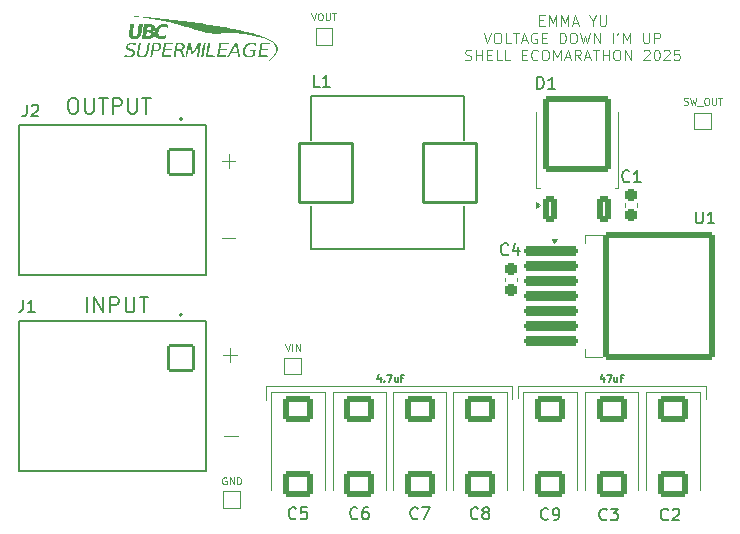
<source format=gto>
G04 #@! TF.GenerationSoftware,KiCad,Pcbnew,8.0.5*
G04 #@! TF.CreationDate,2025-02-04T03:05:46-08:00*
G04 #@! TF.ProjectId,12v converter,31327620-636f-46e7-9665-727465722e6b,rev?*
G04 #@! TF.SameCoordinates,Original*
G04 #@! TF.FileFunction,Legend,Top*
G04 #@! TF.FilePolarity,Positive*
%FSLAX46Y46*%
G04 Gerber Fmt 4.6, Leading zero omitted, Abs format (unit mm)*
G04 Created by KiCad (PCBNEW 8.0.5) date 2025-02-04 03:05:46*
%MOMM*%
%LPD*%
G01*
G04 APERTURE LIST*
G04 Aperture macros list*
%AMRoundRect*
0 Rectangle with rounded corners*
0 $1 Rounding radius*
0 $2 $3 $4 $5 $6 $7 $8 $9 X,Y pos of 4 corners*
0 Add a 4 corners polygon primitive as box body*
4,1,4,$2,$3,$4,$5,$6,$7,$8,$9,$2,$3,0*
0 Add four circle primitives for the rounded corners*
1,1,$1+$1,$2,$3*
1,1,$1+$1,$4,$5*
1,1,$1+$1,$6,$7*
1,1,$1+$1,$8,$9*
0 Add four rect primitives between the rounded corners*
20,1,$1+$1,$2,$3,$4,$5,0*
20,1,$1+$1,$4,$5,$6,$7,0*
20,1,$1+$1,$6,$7,$8,$9,0*
20,1,$1+$1,$8,$9,$2,$3,0*%
G04 Aperture macros list end*
%ADD10C,0.100000*%
%ADD11C,0.200000*%
%ADD12C,0.150000*%
%ADD13C,0.120000*%
%ADD14C,0.127000*%
%ADD15C,0.000000*%
%ADD16RoundRect,0.200000X-2.100000X-0.200000X2.100000X-0.200000X2.100000X0.200000X-2.100000X0.200000X0*%
%ADD17RoundRect,0.250002X-4.449998X-5.149998X4.449998X-5.149998X4.449998X5.149998X-4.449998X5.149998X0*%
%ADD18RoundRect,0.102000X-1.050000X1.050000X-1.050000X-1.050000X1.050000X-1.050000X1.050000X1.050000X0*%
%ADD19C,2.304000*%
%ADD20RoundRect,0.250000X-1.025000X0.875000X-1.025000X-0.875000X1.025000X-0.875000X1.025000X0.875000X0*%
%ADD21RoundRect,0.102000X-2.250000X-2.500000X2.250000X-2.500000X2.250000X2.500000X-2.250000X2.500000X0*%
%ADD22R,1.000000X1.000000*%
%ADD23C,2.200000*%
%ADD24RoundRect,0.237500X-0.237500X0.300000X-0.237500X-0.300000X0.237500X-0.300000X0.237500X0.300000X0*%
%ADD25RoundRect,0.249997X2.650003X-2.950003X2.650003X2.950003X-2.650003X2.950003X-2.650003X-2.950003X0*%
%ADD26RoundRect,0.250000X0.350000X-0.850000X0.350000X0.850000X-0.350000X0.850000X-0.350000X-0.850000X0*%
G04 APERTURE END LIST*
D10*
X140000000Y-120050000D02*
X140000000Y-118875000D01*
X161325000Y-118850000D02*
X177175000Y-118850000D01*
X161300000Y-119850000D02*
X161300000Y-118850000D01*
X140000000Y-118850000D02*
X160800000Y-118850000D01*
X177200000Y-118850000D02*
X177200000Y-119950000D01*
X160800000Y-118850000D02*
X160800000Y-119900000D01*
X136472931Y-123039800D02*
X137615789Y-123039800D01*
D11*
X123550965Y-94457817D02*
X123798584Y-94457817D01*
X123798584Y-94457817D02*
X123922394Y-94519722D01*
X123922394Y-94519722D02*
X124046203Y-94643532D01*
X124046203Y-94643532D02*
X124108108Y-94891151D01*
X124108108Y-94891151D02*
X124108108Y-95324484D01*
X124108108Y-95324484D02*
X124046203Y-95572103D01*
X124046203Y-95572103D02*
X123922394Y-95695913D01*
X123922394Y-95695913D02*
X123798584Y-95757817D01*
X123798584Y-95757817D02*
X123550965Y-95757817D01*
X123550965Y-95757817D02*
X123427156Y-95695913D01*
X123427156Y-95695913D02*
X123303346Y-95572103D01*
X123303346Y-95572103D02*
X123241442Y-95324484D01*
X123241442Y-95324484D02*
X123241442Y-94891151D01*
X123241442Y-94891151D02*
X123303346Y-94643532D01*
X123303346Y-94643532D02*
X123427156Y-94519722D01*
X123427156Y-94519722D02*
X123550965Y-94457817D01*
X124665251Y-94457817D02*
X124665251Y-95510198D01*
X124665251Y-95510198D02*
X124727156Y-95634008D01*
X124727156Y-95634008D02*
X124789061Y-95695913D01*
X124789061Y-95695913D02*
X124912870Y-95757817D01*
X124912870Y-95757817D02*
X125160489Y-95757817D01*
X125160489Y-95757817D02*
X125284299Y-95695913D01*
X125284299Y-95695913D02*
X125346204Y-95634008D01*
X125346204Y-95634008D02*
X125408108Y-95510198D01*
X125408108Y-95510198D02*
X125408108Y-94457817D01*
X125841442Y-94457817D02*
X126584299Y-94457817D01*
X126212871Y-95757817D02*
X126212871Y-94457817D01*
X127017632Y-95757817D02*
X127017632Y-94457817D01*
X127017632Y-94457817D02*
X127512870Y-94457817D01*
X127512870Y-94457817D02*
X127636680Y-94519722D01*
X127636680Y-94519722D02*
X127698585Y-94581627D01*
X127698585Y-94581627D02*
X127760489Y-94705436D01*
X127760489Y-94705436D02*
X127760489Y-94891151D01*
X127760489Y-94891151D02*
X127698585Y-95014960D01*
X127698585Y-95014960D02*
X127636680Y-95076865D01*
X127636680Y-95076865D02*
X127512870Y-95138770D01*
X127512870Y-95138770D02*
X127017632Y-95138770D01*
X128317632Y-94457817D02*
X128317632Y-95510198D01*
X128317632Y-95510198D02*
X128379537Y-95634008D01*
X128379537Y-95634008D02*
X128441442Y-95695913D01*
X128441442Y-95695913D02*
X128565251Y-95757817D01*
X128565251Y-95757817D02*
X128812870Y-95757817D01*
X128812870Y-95757817D02*
X128936680Y-95695913D01*
X128936680Y-95695913D02*
X128998585Y-95634008D01*
X128998585Y-95634008D02*
X129060489Y-95510198D01*
X129060489Y-95510198D02*
X129060489Y-94457817D01*
X129493823Y-94457817D02*
X130236680Y-94457817D01*
X129865252Y-95757817D02*
X129865252Y-94457817D01*
D10*
X136372931Y-116189800D02*
X137515789Y-116189800D01*
X136944360Y-116761228D02*
X136944360Y-115618371D01*
X163144567Y-87880689D02*
X163444567Y-87880689D01*
X163573139Y-88352118D02*
X163144567Y-88352118D01*
X163144567Y-88352118D02*
X163144567Y-87452118D01*
X163144567Y-87452118D02*
X163573139Y-87452118D01*
X163958853Y-88352118D02*
X163958853Y-87452118D01*
X163958853Y-87452118D02*
X164258853Y-88094975D01*
X164258853Y-88094975D02*
X164558853Y-87452118D01*
X164558853Y-87452118D02*
X164558853Y-88352118D01*
X164987424Y-88352118D02*
X164987424Y-87452118D01*
X164987424Y-87452118D02*
X165287424Y-88094975D01*
X165287424Y-88094975D02*
X165587424Y-87452118D01*
X165587424Y-87452118D02*
X165587424Y-88352118D01*
X165973138Y-88094975D02*
X166401710Y-88094975D01*
X165887424Y-88352118D02*
X166187424Y-87452118D01*
X166187424Y-87452118D02*
X166487424Y-88352118D01*
X167644567Y-87923546D02*
X167644567Y-88352118D01*
X167344567Y-87452118D02*
X167644567Y-87923546D01*
X167644567Y-87923546D02*
X167944567Y-87452118D01*
X168244567Y-87452118D02*
X168244567Y-88180689D01*
X168244567Y-88180689D02*
X168287424Y-88266403D01*
X168287424Y-88266403D02*
X168330282Y-88309261D01*
X168330282Y-88309261D02*
X168415996Y-88352118D01*
X168415996Y-88352118D02*
X168587424Y-88352118D01*
X168587424Y-88352118D02*
X168673139Y-88309261D01*
X168673139Y-88309261D02*
X168715996Y-88266403D01*
X168715996Y-88266403D02*
X168758853Y-88180689D01*
X168758853Y-88180689D02*
X168758853Y-87452118D01*
X158430283Y-88901068D02*
X158730283Y-89801068D01*
X158730283Y-89801068D02*
X159030283Y-88901068D01*
X159501712Y-88901068D02*
X159673140Y-88901068D01*
X159673140Y-88901068D02*
X159758855Y-88943925D01*
X159758855Y-88943925D02*
X159844569Y-89029639D01*
X159844569Y-89029639D02*
X159887426Y-89201068D01*
X159887426Y-89201068D02*
X159887426Y-89501068D01*
X159887426Y-89501068D02*
X159844569Y-89672496D01*
X159844569Y-89672496D02*
X159758855Y-89758211D01*
X159758855Y-89758211D02*
X159673140Y-89801068D01*
X159673140Y-89801068D02*
X159501712Y-89801068D01*
X159501712Y-89801068D02*
X159415998Y-89758211D01*
X159415998Y-89758211D02*
X159330283Y-89672496D01*
X159330283Y-89672496D02*
X159287426Y-89501068D01*
X159287426Y-89501068D02*
X159287426Y-89201068D01*
X159287426Y-89201068D02*
X159330283Y-89029639D01*
X159330283Y-89029639D02*
X159415998Y-88943925D01*
X159415998Y-88943925D02*
X159501712Y-88901068D01*
X160701712Y-89801068D02*
X160273140Y-89801068D01*
X160273140Y-89801068D02*
X160273140Y-88901068D01*
X160873140Y-88901068D02*
X161387426Y-88901068D01*
X161130283Y-89801068D02*
X161130283Y-88901068D01*
X161644568Y-89543925D02*
X162073140Y-89543925D01*
X161558854Y-89801068D02*
X161858854Y-88901068D01*
X161858854Y-88901068D02*
X162158854Y-89801068D01*
X162930283Y-88943925D02*
X162844569Y-88901068D01*
X162844569Y-88901068D02*
X162715997Y-88901068D01*
X162715997Y-88901068D02*
X162587426Y-88943925D01*
X162587426Y-88943925D02*
X162501711Y-89029639D01*
X162501711Y-89029639D02*
X162458854Y-89115353D01*
X162458854Y-89115353D02*
X162415997Y-89286782D01*
X162415997Y-89286782D02*
X162415997Y-89415353D01*
X162415997Y-89415353D02*
X162458854Y-89586782D01*
X162458854Y-89586782D02*
X162501711Y-89672496D01*
X162501711Y-89672496D02*
X162587426Y-89758211D01*
X162587426Y-89758211D02*
X162715997Y-89801068D01*
X162715997Y-89801068D02*
X162801711Y-89801068D01*
X162801711Y-89801068D02*
X162930283Y-89758211D01*
X162930283Y-89758211D02*
X162973140Y-89715353D01*
X162973140Y-89715353D02*
X162973140Y-89415353D01*
X162973140Y-89415353D02*
X162801711Y-89415353D01*
X163358854Y-89329639D02*
X163658854Y-89329639D01*
X163787426Y-89801068D02*
X163358854Y-89801068D01*
X163358854Y-89801068D02*
X163358854Y-88901068D01*
X163358854Y-88901068D02*
X163787426Y-88901068D01*
X164858854Y-89801068D02*
X164858854Y-88901068D01*
X164858854Y-88901068D02*
X165073140Y-88901068D01*
X165073140Y-88901068D02*
X165201711Y-88943925D01*
X165201711Y-88943925D02*
X165287426Y-89029639D01*
X165287426Y-89029639D02*
X165330283Y-89115353D01*
X165330283Y-89115353D02*
X165373140Y-89286782D01*
X165373140Y-89286782D02*
X165373140Y-89415353D01*
X165373140Y-89415353D02*
X165330283Y-89586782D01*
X165330283Y-89586782D02*
X165287426Y-89672496D01*
X165287426Y-89672496D02*
X165201711Y-89758211D01*
X165201711Y-89758211D02*
X165073140Y-89801068D01*
X165073140Y-89801068D02*
X164858854Y-89801068D01*
X165930283Y-88901068D02*
X166101711Y-88901068D01*
X166101711Y-88901068D02*
X166187426Y-88943925D01*
X166187426Y-88943925D02*
X166273140Y-89029639D01*
X166273140Y-89029639D02*
X166315997Y-89201068D01*
X166315997Y-89201068D02*
X166315997Y-89501068D01*
X166315997Y-89501068D02*
X166273140Y-89672496D01*
X166273140Y-89672496D02*
X166187426Y-89758211D01*
X166187426Y-89758211D02*
X166101711Y-89801068D01*
X166101711Y-89801068D02*
X165930283Y-89801068D01*
X165930283Y-89801068D02*
X165844569Y-89758211D01*
X165844569Y-89758211D02*
X165758854Y-89672496D01*
X165758854Y-89672496D02*
X165715997Y-89501068D01*
X165715997Y-89501068D02*
X165715997Y-89201068D01*
X165715997Y-89201068D02*
X165758854Y-89029639D01*
X165758854Y-89029639D02*
X165844569Y-88943925D01*
X165844569Y-88943925D02*
X165930283Y-88901068D01*
X166615997Y-88901068D02*
X166830283Y-89801068D01*
X166830283Y-89801068D02*
X167001711Y-89158211D01*
X167001711Y-89158211D02*
X167173140Y-89801068D01*
X167173140Y-89801068D02*
X167387426Y-88901068D01*
X167730282Y-89801068D02*
X167730282Y-88901068D01*
X167730282Y-88901068D02*
X168244568Y-89801068D01*
X168244568Y-89801068D02*
X168244568Y-88901068D01*
X169358853Y-89801068D02*
X169358853Y-88901068D01*
X169830281Y-88901068D02*
X169744567Y-89072496D01*
X170215995Y-89801068D02*
X170215995Y-88901068D01*
X170215995Y-88901068D02*
X170515995Y-89543925D01*
X170515995Y-89543925D02*
X170815995Y-88901068D01*
X170815995Y-88901068D02*
X170815995Y-89801068D01*
X171930280Y-88901068D02*
X171930280Y-89629639D01*
X171930280Y-89629639D02*
X171973137Y-89715353D01*
X171973137Y-89715353D02*
X172015995Y-89758211D01*
X172015995Y-89758211D02*
X172101709Y-89801068D01*
X172101709Y-89801068D02*
X172273137Y-89801068D01*
X172273137Y-89801068D02*
X172358852Y-89758211D01*
X172358852Y-89758211D02*
X172401709Y-89715353D01*
X172401709Y-89715353D02*
X172444566Y-89629639D01*
X172444566Y-89629639D02*
X172444566Y-88901068D01*
X172873137Y-89801068D02*
X172873137Y-88901068D01*
X172873137Y-88901068D02*
X173215994Y-88901068D01*
X173215994Y-88901068D02*
X173301709Y-88943925D01*
X173301709Y-88943925D02*
X173344566Y-88986782D01*
X173344566Y-88986782D02*
X173387423Y-89072496D01*
X173387423Y-89072496D02*
X173387423Y-89201068D01*
X173387423Y-89201068D02*
X173344566Y-89286782D01*
X173344566Y-89286782D02*
X173301709Y-89329639D01*
X173301709Y-89329639D02*
X173215994Y-89372496D01*
X173215994Y-89372496D02*
X172873137Y-89372496D01*
X156865996Y-91207161D02*
X156994568Y-91250018D01*
X156994568Y-91250018D02*
X157208853Y-91250018D01*
X157208853Y-91250018D02*
X157294568Y-91207161D01*
X157294568Y-91207161D02*
X157337425Y-91164303D01*
X157337425Y-91164303D02*
X157380282Y-91078589D01*
X157380282Y-91078589D02*
X157380282Y-90992875D01*
X157380282Y-90992875D02*
X157337425Y-90907161D01*
X157337425Y-90907161D02*
X157294568Y-90864303D01*
X157294568Y-90864303D02*
X157208853Y-90821446D01*
X157208853Y-90821446D02*
X157037425Y-90778589D01*
X157037425Y-90778589D02*
X156951710Y-90735732D01*
X156951710Y-90735732D02*
X156908853Y-90692875D01*
X156908853Y-90692875D02*
X156865996Y-90607161D01*
X156865996Y-90607161D02*
X156865996Y-90521446D01*
X156865996Y-90521446D02*
X156908853Y-90435732D01*
X156908853Y-90435732D02*
X156951710Y-90392875D01*
X156951710Y-90392875D02*
X157037425Y-90350018D01*
X157037425Y-90350018D02*
X157251710Y-90350018D01*
X157251710Y-90350018D02*
X157380282Y-90392875D01*
X157765996Y-91250018D02*
X157765996Y-90350018D01*
X157765996Y-90778589D02*
X158280282Y-90778589D01*
X158280282Y-91250018D02*
X158280282Y-90350018D01*
X158708853Y-90778589D02*
X159008853Y-90778589D01*
X159137425Y-91250018D02*
X158708853Y-91250018D01*
X158708853Y-91250018D02*
X158708853Y-90350018D01*
X158708853Y-90350018D02*
X159137425Y-90350018D01*
X159951711Y-91250018D02*
X159523139Y-91250018D01*
X159523139Y-91250018D02*
X159523139Y-90350018D01*
X160680282Y-91250018D02*
X160251710Y-91250018D01*
X160251710Y-91250018D02*
X160251710Y-90350018D01*
X161665995Y-90778589D02*
X161965995Y-90778589D01*
X162094567Y-91250018D02*
X161665995Y-91250018D01*
X161665995Y-91250018D02*
X161665995Y-90350018D01*
X161665995Y-90350018D02*
X162094567Y-90350018D01*
X162994567Y-91164303D02*
X162951710Y-91207161D01*
X162951710Y-91207161D02*
X162823138Y-91250018D01*
X162823138Y-91250018D02*
X162737424Y-91250018D01*
X162737424Y-91250018D02*
X162608853Y-91207161D01*
X162608853Y-91207161D02*
X162523138Y-91121446D01*
X162523138Y-91121446D02*
X162480281Y-91035732D01*
X162480281Y-91035732D02*
X162437424Y-90864303D01*
X162437424Y-90864303D02*
X162437424Y-90735732D01*
X162437424Y-90735732D02*
X162480281Y-90564303D01*
X162480281Y-90564303D02*
X162523138Y-90478589D01*
X162523138Y-90478589D02*
X162608853Y-90392875D01*
X162608853Y-90392875D02*
X162737424Y-90350018D01*
X162737424Y-90350018D02*
X162823138Y-90350018D01*
X162823138Y-90350018D02*
X162951710Y-90392875D01*
X162951710Y-90392875D02*
X162994567Y-90435732D01*
X163551710Y-90350018D02*
X163723138Y-90350018D01*
X163723138Y-90350018D02*
X163808853Y-90392875D01*
X163808853Y-90392875D02*
X163894567Y-90478589D01*
X163894567Y-90478589D02*
X163937424Y-90650018D01*
X163937424Y-90650018D02*
X163937424Y-90950018D01*
X163937424Y-90950018D02*
X163894567Y-91121446D01*
X163894567Y-91121446D02*
X163808853Y-91207161D01*
X163808853Y-91207161D02*
X163723138Y-91250018D01*
X163723138Y-91250018D02*
X163551710Y-91250018D01*
X163551710Y-91250018D02*
X163465996Y-91207161D01*
X163465996Y-91207161D02*
X163380281Y-91121446D01*
X163380281Y-91121446D02*
X163337424Y-90950018D01*
X163337424Y-90950018D02*
X163337424Y-90650018D01*
X163337424Y-90650018D02*
X163380281Y-90478589D01*
X163380281Y-90478589D02*
X163465996Y-90392875D01*
X163465996Y-90392875D02*
X163551710Y-90350018D01*
X164323138Y-91250018D02*
X164323138Y-90350018D01*
X164323138Y-90350018D02*
X164623138Y-90992875D01*
X164623138Y-90992875D02*
X164923138Y-90350018D01*
X164923138Y-90350018D02*
X164923138Y-91250018D01*
X165308852Y-90992875D02*
X165737424Y-90992875D01*
X165223138Y-91250018D02*
X165523138Y-90350018D01*
X165523138Y-90350018D02*
X165823138Y-91250018D01*
X166637424Y-91250018D02*
X166337424Y-90821446D01*
X166123138Y-91250018D02*
X166123138Y-90350018D01*
X166123138Y-90350018D02*
X166465995Y-90350018D01*
X166465995Y-90350018D02*
X166551710Y-90392875D01*
X166551710Y-90392875D02*
X166594567Y-90435732D01*
X166594567Y-90435732D02*
X166637424Y-90521446D01*
X166637424Y-90521446D02*
X166637424Y-90650018D01*
X166637424Y-90650018D02*
X166594567Y-90735732D01*
X166594567Y-90735732D02*
X166551710Y-90778589D01*
X166551710Y-90778589D02*
X166465995Y-90821446D01*
X166465995Y-90821446D02*
X166123138Y-90821446D01*
X166980281Y-90992875D02*
X167408853Y-90992875D01*
X166894567Y-91250018D02*
X167194567Y-90350018D01*
X167194567Y-90350018D02*
X167494567Y-91250018D01*
X167665996Y-90350018D02*
X168180282Y-90350018D01*
X167923139Y-91250018D02*
X167923139Y-90350018D01*
X168480281Y-91250018D02*
X168480281Y-90350018D01*
X168480281Y-90778589D02*
X168994567Y-90778589D01*
X168994567Y-91250018D02*
X168994567Y-90350018D01*
X169594567Y-90350018D02*
X169765995Y-90350018D01*
X169765995Y-90350018D02*
X169851710Y-90392875D01*
X169851710Y-90392875D02*
X169937424Y-90478589D01*
X169937424Y-90478589D02*
X169980281Y-90650018D01*
X169980281Y-90650018D02*
X169980281Y-90950018D01*
X169980281Y-90950018D02*
X169937424Y-91121446D01*
X169937424Y-91121446D02*
X169851710Y-91207161D01*
X169851710Y-91207161D02*
X169765995Y-91250018D01*
X169765995Y-91250018D02*
X169594567Y-91250018D01*
X169594567Y-91250018D02*
X169508853Y-91207161D01*
X169508853Y-91207161D02*
X169423138Y-91121446D01*
X169423138Y-91121446D02*
X169380281Y-90950018D01*
X169380281Y-90950018D02*
X169380281Y-90650018D01*
X169380281Y-90650018D02*
X169423138Y-90478589D01*
X169423138Y-90478589D02*
X169508853Y-90392875D01*
X169508853Y-90392875D02*
X169594567Y-90350018D01*
X170365995Y-91250018D02*
X170365995Y-90350018D01*
X170365995Y-90350018D02*
X170880281Y-91250018D01*
X170880281Y-91250018D02*
X170880281Y-90350018D01*
X171951709Y-90435732D02*
X171994566Y-90392875D01*
X171994566Y-90392875D02*
X172080281Y-90350018D01*
X172080281Y-90350018D02*
X172294566Y-90350018D01*
X172294566Y-90350018D02*
X172380281Y-90392875D01*
X172380281Y-90392875D02*
X172423138Y-90435732D01*
X172423138Y-90435732D02*
X172465995Y-90521446D01*
X172465995Y-90521446D02*
X172465995Y-90607161D01*
X172465995Y-90607161D02*
X172423138Y-90735732D01*
X172423138Y-90735732D02*
X171908852Y-91250018D01*
X171908852Y-91250018D02*
X172465995Y-91250018D01*
X173023138Y-90350018D02*
X173108852Y-90350018D01*
X173108852Y-90350018D02*
X173194566Y-90392875D01*
X173194566Y-90392875D02*
X173237424Y-90435732D01*
X173237424Y-90435732D02*
X173280281Y-90521446D01*
X173280281Y-90521446D02*
X173323138Y-90692875D01*
X173323138Y-90692875D02*
X173323138Y-90907161D01*
X173323138Y-90907161D02*
X173280281Y-91078589D01*
X173280281Y-91078589D02*
X173237424Y-91164303D01*
X173237424Y-91164303D02*
X173194566Y-91207161D01*
X173194566Y-91207161D02*
X173108852Y-91250018D01*
X173108852Y-91250018D02*
X173023138Y-91250018D01*
X173023138Y-91250018D02*
X172937424Y-91207161D01*
X172937424Y-91207161D02*
X172894566Y-91164303D01*
X172894566Y-91164303D02*
X172851709Y-91078589D01*
X172851709Y-91078589D02*
X172808852Y-90907161D01*
X172808852Y-90907161D02*
X172808852Y-90692875D01*
X172808852Y-90692875D02*
X172851709Y-90521446D01*
X172851709Y-90521446D02*
X172894566Y-90435732D01*
X172894566Y-90435732D02*
X172937424Y-90392875D01*
X172937424Y-90392875D02*
X173023138Y-90350018D01*
X173665995Y-90435732D02*
X173708852Y-90392875D01*
X173708852Y-90392875D02*
X173794567Y-90350018D01*
X173794567Y-90350018D02*
X174008852Y-90350018D01*
X174008852Y-90350018D02*
X174094567Y-90392875D01*
X174094567Y-90392875D02*
X174137424Y-90435732D01*
X174137424Y-90435732D02*
X174180281Y-90521446D01*
X174180281Y-90521446D02*
X174180281Y-90607161D01*
X174180281Y-90607161D02*
X174137424Y-90735732D01*
X174137424Y-90735732D02*
X173623138Y-91250018D01*
X173623138Y-91250018D02*
X174180281Y-91250018D01*
X174994567Y-90350018D02*
X174565995Y-90350018D01*
X174565995Y-90350018D02*
X174523138Y-90778589D01*
X174523138Y-90778589D02*
X174565995Y-90735732D01*
X174565995Y-90735732D02*
X174651710Y-90692875D01*
X174651710Y-90692875D02*
X174865995Y-90692875D01*
X174865995Y-90692875D02*
X174951710Y-90735732D01*
X174951710Y-90735732D02*
X174994567Y-90778589D01*
X174994567Y-90778589D02*
X175037424Y-90864303D01*
X175037424Y-90864303D02*
X175037424Y-91078589D01*
X175037424Y-91078589D02*
X174994567Y-91164303D01*
X174994567Y-91164303D02*
X174951710Y-91207161D01*
X174951710Y-91207161D02*
X174865995Y-91250018D01*
X174865995Y-91250018D02*
X174651710Y-91250018D01*
X174651710Y-91250018D02*
X174565995Y-91207161D01*
X174565995Y-91207161D02*
X174523138Y-91164303D01*
X136254911Y-106307783D02*
X137397769Y-106307783D01*
D12*
X149698684Y-118068771D02*
X149698684Y-118468771D01*
X149555826Y-117840200D02*
X149412969Y-118268771D01*
X149412969Y-118268771D02*
X149784398Y-118268771D01*
X150012970Y-118411628D02*
X150041541Y-118440200D01*
X150041541Y-118440200D02*
X150012970Y-118468771D01*
X150012970Y-118468771D02*
X149984398Y-118440200D01*
X149984398Y-118440200D02*
X150012970Y-118411628D01*
X150012970Y-118411628D02*
X150012970Y-118468771D01*
X150241541Y-117868771D02*
X150641541Y-117868771D01*
X150641541Y-117868771D02*
X150384398Y-118468771D01*
X151127256Y-118068771D02*
X151127256Y-118468771D01*
X150870113Y-118068771D02*
X150870113Y-118383057D01*
X150870113Y-118383057D02*
X150898684Y-118440200D01*
X150898684Y-118440200D02*
X150955827Y-118468771D01*
X150955827Y-118468771D02*
X151041541Y-118468771D01*
X151041541Y-118468771D02*
X151098684Y-118440200D01*
X151098684Y-118440200D02*
X151127256Y-118411628D01*
X151612970Y-118154485D02*
X151412970Y-118154485D01*
X151412970Y-118468771D02*
X151412970Y-117868771D01*
X151412970Y-117868771D02*
X151698684Y-117868771D01*
D10*
X136254911Y-99767489D02*
X137397769Y-99767489D01*
X136826340Y-100338917D02*
X136826340Y-99196060D01*
D11*
X124822658Y-112582904D02*
X124822658Y-111282904D01*
X125441706Y-112582904D02*
X125441706Y-111282904D01*
X125441706Y-111282904D02*
X126184563Y-112582904D01*
X126184563Y-112582904D02*
X126184563Y-111282904D01*
X126803611Y-112582904D02*
X126803611Y-111282904D01*
X126803611Y-111282904D02*
X127298849Y-111282904D01*
X127298849Y-111282904D02*
X127422659Y-111344809D01*
X127422659Y-111344809D02*
X127484564Y-111406714D01*
X127484564Y-111406714D02*
X127546468Y-111530523D01*
X127546468Y-111530523D02*
X127546468Y-111716238D01*
X127546468Y-111716238D02*
X127484564Y-111840047D01*
X127484564Y-111840047D02*
X127422659Y-111901952D01*
X127422659Y-111901952D02*
X127298849Y-111963857D01*
X127298849Y-111963857D02*
X126803611Y-111963857D01*
X128103611Y-111282904D02*
X128103611Y-112335285D01*
X128103611Y-112335285D02*
X128165516Y-112459095D01*
X128165516Y-112459095D02*
X128227421Y-112521000D01*
X128227421Y-112521000D02*
X128351230Y-112582904D01*
X128351230Y-112582904D02*
X128598849Y-112582904D01*
X128598849Y-112582904D02*
X128722659Y-112521000D01*
X128722659Y-112521000D02*
X128784564Y-112459095D01*
X128784564Y-112459095D02*
X128846468Y-112335285D01*
X128846468Y-112335285D02*
X128846468Y-111282904D01*
X129279802Y-111282904D02*
X130022659Y-111282904D01*
X129651231Y-112582904D02*
X129651231Y-111282904D01*
D12*
X168598684Y-118068771D02*
X168598684Y-118468771D01*
X168455826Y-117840200D02*
X168312969Y-118268771D01*
X168312969Y-118268771D02*
X168684398Y-118268771D01*
X168855827Y-117868771D02*
X169255827Y-117868771D01*
X169255827Y-117868771D02*
X168998684Y-118468771D01*
X169741542Y-118068771D02*
X169741542Y-118468771D01*
X169484399Y-118068771D02*
X169484399Y-118383057D01*
X169484399Y-118383057D02*
X169512970Y-118440200D01*
X169512970Y-118440200D02*
X169570113Y-118468771D01*
X169570113Y-118468771D02*
X169655827Y-118468771D01*
X169655827Y-118468771D02*
X169712970Y-118440200D01*
X169712970Y-118440200D02*
X169741542Y-118411628D01*
X170227256Y-118154485D02*
X170027256Y-118154485D01*
X170027256Y-118468771D02*
X170027256Y-117868771D01*
X170027256Y-117868771D02*
X170312970Y-117868771D01*
X176388095Y-104054819D02*
X176388095Y-104864342D01*
X176388095Y-104864342D02*
X176435714Y-104959580D01*
X176435714Y-104959580D02*
X176483333Y-105007200D01*
X176483333Y-105007200D02*
X176578571Y-105054819D01*
X176578571Y-105054819D02*
X176769047Y-105054819D01*
X176769047Y-105054819D02*
X176864285Y-105007200D01*
X176864285Y-105007200D02*
X176911904Y-104959580D01*
X176911904Y-104959580D02*
X176959523Y-104864342D01*
X176959523Y-104864342D02*
X176959523Y-104054819D01*
X177959523Y-105054819D02*
X177388095Y-105054819D01*
X177673809Y-105054819D02*
X177673809Y-104054819D01*
X177673809Y-104054819D02*
X177578571Y-104197676D01*
X177578571Y-104197676D02*
X177483333Y-104292914D01*
X177483333Y-104292914D02*
X177388095Y-104340533D01*
X119416666Y-111554819D02*
X119416666Y-112269104D01*
X119416666Y-112269104D02*
X119369047Y-112411961D01*
X119369047Y-112411961D02*
X119273809Y-112507200D01*
X119273809Y-112507200D02*
X119130952Y-112554819D01*
X119130952Y-112554819D02*
X119035714Y-112554819D01*
X120416666Y-112554819D02*
X119845238Y-112554819D01*
X120130952Y-112554819D02*
X120130952Y-111554819D01*
X120130952Y-111554819D02*
X120035714Y-111697676D01*
X120035714Y-111697676D02*
X119940476Y-111792914D01*
X119940476Y-111792914D02*
X119845238Y-111840533D01*
X152833333Y-130009580D02*
X152785714Y-130057200D01*
X152785714Y-130057200D02*
X152642857Y-130104819D01*
X152642857Y-130104819D02*
X152547619Y-130104819D01*
X152547619Y-130104819D02*
X152404762Y-130057200D01*
X152404762Y-130057200D02*
X152309524Y-129961961D01*
X152309524Y-129961961D02*
X152261905Y-129866723D01*
X152261905Y-129866723D02*
X152214286Y-129676247D01*
X152214286Y-129676247D02*
X152214286Y-129533390D01*
X152214286Y-129533390D02*
X152261905Y-129342914D01*
X152261905Y-129342914D02*
X152309524Y-129247676D01*
X152309524Y-129247676D02*
X152404762Y-129152438D01*
X152404762Y-129152438D02*
X152547619Y-129104819D01*
X152547619Y-129104819D02*
X152642857Y-129104819D01*
X152642857Y-129104819D02*
X152785714Y-129152438D01*
X152785714Y-129152438D02*
X152833333Y-129200057D01*
X153166667Y-129104819D02*
X153833333Y-129104819D01*
X153833333Y-129104819D02*
X153404762Y-130104819D01*
X144533333Y-93504819D02*
X144057143Y-93504819D01*
X144057143Y-93504819D02*
X144057143Y-92504819D01*
X145390476Y-93504819D02*
X144819048Y-93504819D01*
X145104762Y-93504819D02*
X145104762Y-92504819D01*
X145104762Y-92504819D02*
X145009524Y-92647676D01*
X145009524Y-92647676D02*
X144914286Y-92742914D01*
X144914286Y-92742914D02*
X144819048Y-92790533D01*
D10*
X141617857Y-115247371D02*
X141817857Y-115847371D01*
X141817857Y-115847371D02*
X142017857Y-115247371D01*
X142217858Y-115847371D02*
X142217858Y-115247371D01*
X142503572Y-115847371D02*
X142503572Y-115247371D01*
X142503572Y-115247371D02*
X142846429Y-115847371D01*
X142846429Y-115847371D02*
X142846429Y-115247371D01*
D12*
X174033333Y-130109578D02*
X173985714Y-130157198D01*
X173985714Y-130157198D02*
X173842857Y-130204817D01*
X173842857Y-130204817D02*
X173747619Y-130204817D01*
X173747619Y-130204817D02*
X173604762Y-130157198D01*
X173604762Y-130157198D02*
X173509524Y-130061959D01*
X173509524Y-130061959D02*
X173461905Y-129966721D01*
X173461905Y-129966721D02*
X173414286Y-129776245D01*
X173414286Y-129776245D02*
X173414286Y-129633388D01*
X173414286Y-129633388D02*
X173461905Y-129442912D01*
X173461905Y-129442912D02*
X173509524Y-129347674D01*
X173509524Y-129347674D02*
X173604762Y-129252436D01*
X173604762Y-129252436D02*
X173747619Y-129204817D01*
X173747619Y-129204817D02*
X173842857Y-129204817D01*
X173842857Y-129204817D02*
X173985714Y-129252436D01*
X173985714Y-129252436D02*
X174033333Y-129300055D01*
X174414286Y-129300055D02*
X174461905Y-129252436D01*
X174461905Y-129252436D02*
X174557143Y-129204817D01*
X174557143Y-129204817D02*
X174795238Y-129204817D01*
X174795238Y-129204817D02*
X174890476Y-129252436D01*
X174890476Y-129252436D02*
X174938095Y-129300055D01*
X174938095Y-129300055D02*
X174985714Y-129395293D01*
X174985714Y-129395293D02*
X174985714Y-129490531D01*
X174985714Y-129490531D02*
X174938095Y-129633388D01*
X174938095Y-129633388D02*
X174366667Y-130204817D01*
X174366667Y-130204817D02*
X174985714Y-130204817D01*
X168833333Y-130109580D02*
X168785714Y-130157200D01*
X168785714Y-130157200D02*
X168642857Y-130204819D01*
X168642857Y-130204819D02*
X168547619Y-130204819D01*
X168547619Y-130204819D02*
X168404762Y-130157200D01*
X168404762Y-130157200D02*
X168309524Y-130061961D01*
X168309524Y-130061961D02*
X168261905Y-129966723D01*
X168261905Y-129966723D02*
X168214286Y-129776247D01*
X168214286Y-129776247D02*
X168214286Y-129633390D01*
X168214286Y-129633390D02*
X168261905Y-129442914D01*
X168261905Y-129442914D02*
X168309524Y-129347676D01*
X168309524Y-129347676D02*
X168404762Y-129252438D01*
X168404762Y-129252438D02*
X168547619Y-129204819D01*
X168547619Y-129204819D02*
X168642857Y-129204819D01*
X168642857Y-129204819D02*
X168785714Y-129252438D01*
X168785714Y-129252438D02*
X168833333Y-129300057D01*
X169166667Y-129204819D02*
X169785714Y-129204819D01*
X169785714Y-129204819D02*
X169452381Y-129585771D01*
X169452381Y-129585771D02*
X169595238Y-129585771D01*
X169595238Y-129585771D02*
X169690476Y-129633390D01*
X169690476Y-129633390D02*
X169738095Y-129681009D01*
X169738095Y-129681009D02*
X169785714Y-129776247D01*
X169785714Y-129776247D02*
X169785714Y-130014342D01*
X169785714Y-130014342D02*
X169738095Y-130109580D01*
X169738095Y-130109580D02*
X169690476Y-130157200D01*
X169690476Y-130157200D02*
X169595238Y-130204819D01*
X169595238Y-130204819D02*
X169309524Y-130204819D01*
X169309524Y-130204819D02*
X169214286Y-130157200D01*
X169214286Y-130157200D02*
X169166667Y-130109580D01*
X142533333Y-130009580D02*
X142485714Y-130057200D01*
X142485714Y-130057200D02*
X142342857Y-130104819D01*
X142342857Y-130104819D02*
X142247619Y-130104819D01*
X142247619Y-130104819D02*
X142104762Y-130057200D01*
X142104762Y-130057200D02*
X142009524Y-129961961D01*
X142009524Y-129961961D02*
X141961905Y-129866723D01*
X141961905Y-129866723D02*
X141914286Y-129676247D01*
X141914286Y-129676247D02*
X141914286Y-129533390D01*
X141914286Y-129533390D02*
X141961905Y-129342914D01*
X141961905Y-129342914D02*
X142009524Y-129247676D01*
X142009524Y-129247676D02*
X142104762Y-129152438D01*
X142104762Y-129152438D02*
X142247619Y-129104819D01*
X142247619Y-129104819D02*
X142342857Y-129104819D01*
X142342857Y-129104819D02*
X142485714Y-129152438D01*
X142485714Y-129152438D02*
X142533333Y-129200057D01*
X143438095Y-129104819D02*
X142961905Y-129104819D01*
X142961905Y-129104819D02*
X142914286Y-129581009D01*
X142914286Y-129581009D02*
X142961905Y-129533390D01*
X142961905Y-129533390D02*
X143057143Y-129485771D01*
X143057143Y-129485771D02*
X143295238Y-129485771D01*
X143295238Y-129485771D02*
X143390476Y-129533390D01*
X143390476Y-129533390D02*
X143438095Y-129581009D01*
X143438095Y-129581009D02*
X143485714Y-129676247D01*
X143485714Y-129676247D02*
X143485714Y-129914342D01*
X143485714Y-129914342D02*
X143438095Y-130009580D01*
X143438095Y-130009580D02*
X143390476Y-130057200D01*
X143390476Y-130057200D02*
X143295238Y-130104819D01*
X143295238Y-130104819D02*
X143057143Y-130104819D01*
X143057143Y-130104819D02*
X142961905Y-130057200D01*
X142961905Y-130057200D02*
X142914286Y-130009580D01*
X147733333Y-130000894D02*
X147685714Y-130048514D01*
X147685714Y-130048514D02*
X147542857Y-130096133D01*
X147542857Y-130096133D02*
X147447619Y-130096133D01*
X147447619Y-130096133D02*
X147304762Y-130048514D01*
X147304762Y-130048514D02*
X147209524Y-129953275D01*
X147209524Y-129953275D02*
X147161905Y-129858037D01*
X147161905Y-129858037D02*
X147114286Y-129667561D01*
X147114286Y-129667561D02*
X147114286Y-129524704D01*
X147114286Y-129524704D02*
X147161905Y-129334228D01*
X147161905Y-129334228D02*
X147209524Y-129238990D01*
X147209524Y-129238990D02*
X147304762Y-129143752D01*
X147304762Y-129143752D02*
X147447619Y-129096133D01*
X147447619Y-129096133D02*
X147542857Y-129096133D01*
X147542857Y-129096133D02*
X147685714Y-129143752D01*
X147685714Y-129143752D02*
X147733333Y-129191371D01*
X148590476Y-129096133D02*
X148400000Y-129096133D01*
X148400000Y-129096133D02*
X148304762Y-129143752D01*
X148304762Y-129143752D02*
X148257143Y-129191371D01*
X148257143Y-129191371D02*
X148161905Y-129334228D01*
X148161905Y-129334228D02*
X148114286Y-129524704D01*
X148114286Y-129524704D02*
X148114286Y-129905656D01*
X148114286Y-129905656D02*
X148161905Y-130000894D01*
X148161905Y-130000894D02*
X148209524Y-130048514D01*
X148209524Y-130048514D02*
X148304762Y-130096133D01*
X148304762Y-130096133D02*
X148495238Y-130096133D01*
X148495238Y-130096133D02*
X148590476Y-130048514D01*
X148590476Y-130048514D02*
X148638095Y-130000894D01*
X148638095Y-130000894D02*
X148685714Y-129905656D01*
X148685714Y-129905656D02*
X148685714Y-129667561D01*
X148685714Y-129667561D02*
X148638095Y-129572323D01*
X148638095Y-129572323D02*
X148590476Y-129524704D01*
X148590476Y-129524704D02*
X148495238Y-129477085D01*
X148495238Y-129477085D02*
X148304762Y-129477085D01*
X148304762Y-129477085D02*
X148209524Y-129524704D01*
X148209524Y-129524704D02*
X148161905Y-129572323D01*
X148161905Y-129572323D02*
X148114286Y-129667561D01*
D10*
X175375000Y-94993800D02*
X175460715Y-95022371D01*
X175460715Y-95022371D02*
X175603572Y-95022371D01*
X175603572Y-95022371D02*
X175660715Y-94993800D01*
X175660715Y-94993800D02*
X175689286Y-94965228D01*
X175689286Y-94965228D02*
X175717857Y-94908085D01*
X175717857Y-94908085D02*
X175717857Y-94850942D01*
X175717857Y-94850942D02*
X175689286Y-94793800D01*
X175689286Y-94793800D02*
X175660715Y-94765228D01*
X175660715Y-94765228D02*
X175603572Y-94736657D01*
X175603572Y-94736657D02*
X175489286Y-94708085D01*
X175489286Y-94708085D02*
X175432143Y-94679514D01*
X175432143Y-94679514D02*
X175403572Y-94650942D01*
X175403572Y-94650942D02*
X175375000Y-94593800D01*
X175375000Y-94593800D02*
X175375000Y-94536657D01*
X175375000Y-94536657D02*
X175403572Y-94479514D01*
X175403572Y-94479514D02*
X175432143Y-94450942D01*
X175432143Y-94450942D02*
X175489286Y-94422371D01*
X175489286Y-94422371D02*
X175632143Y-94422371D01*
X175632143Y-94422371D02*
X175717857Y-94450942D01*
X175917858Y-94422371D02*
X176060715Y-95022371D01*
X176060715Y-95022371D02*
X176175001Y-94593800D01*
X176175001Y-94593800D02*
X176289286Y-95022371D01*
X176289286Y-95022371D02*
X176432144Y-94422371D01*
X176517858Y-95079514D02*
X176975000Y-95079514D01*
X177232143Y-94422371D02*
X177346429Y-94422371D01*
X177346429Y-94422371D02*
X177403572Y-94450942D01*
X177403572Y-94450942D02*
X177460715Y-94508085D01*
X177460715Y-94508085D02*
X177489286Y-94622371D01*
X177489286Y-94622371D02*
X177489286Y-94822371D01*
X177489286Y-94822371D02*
X177460715Y-94936657D01*
X177460715Y-94936657D02*
X177403572Y-94993800D01*
X177403572Y-94993800D02*
X177346429Y-95022371D01*
X177346429Y-95022371D02*
X177232143Y-95022371D01*
X177232143Y-95022371D02*
X177175001Y-94993800D01*
X177175001Y-94993800D02*
X177117858Y-94936657D01*
X177117858Y-94936657D02*
X177089286Y-94822371D01*
X177089286Y-94822371D02*
X177089286Y-94622371D01*
X177089286Y-94622371D02*
X177117858Y-94508085D01*
X177117858Y-94508085D02*
X177175001Y-94450942D01*
X177175001Y-94450942D02*
X177232143Y-94422371D01*
X177746429Y-94422371D02*
X177746429Y-94908085D01*
X177746429Y-94908085D02*
X177775000Y-94965228D01*
X177775000Y-94965228D02*
X177803572Y-94993800D01*
X177803572Y-94993800D02*
X177860714Y-95022371D01*
X177860714Y-95022371D02*
X177975000Y-95022371D01*
X177975000Y-95022371D02*
X178032143Y-94993800D01*
X178032143Y-94993800D02*
X178060714Y-94965228D01*
X178060714Y-94965228D02*
X178089286Y-94908085D01*
X178089286Y-94908085D02*
X178089286Y-94422371D01*
X178289285Y-94422371D02*
X178632143Y-94422371D01*
X178460714Y-95022371D02*
X178460714Y-94422371D01*
D12*
X119716666Y-95004819D02*
X119716666Y-95719104D01*
X119716666Y-95719104D02*
X119669047Y-95861961D01*
X119669047Y-95861961D02*
X119573809Y-95957200D01*
X119573809Y-95957200D02*
X119430952Y-96004819D01*
X119430952Y-96004819D02*
X119335714Y-96004819D01*
X120145238Y-95100057D02*
X120192857Y-95052438D01*
X120192857Y-95052438D02*
X120288095Y-95004819D01*
X120288095Y-95004819D02*
X120526190Y-95004819D01*
X120526190Y-95004819D02*
X120621428Y-95052438D01*
X120621428Y-95052438D02*
X120669047Y-95100057D01*
X120669047Y-95100057D02*
X120716666Y-95195295D01*
X120716666Y-95195295D02*
X120716666Y-95290533D01*
X120716666Y-95290533D02*
X120669047Y-95433390D01*
X120669047Y-95433390D02*
X120097619Y-96004819D01*
X120097619Y-96004819D02*
X120716666Y-96004819D01*
X160483333Y-107659580D02*
X160435714Y-107707200D01*
X160435714Y-107707200D02*
X160292857Y-107754819D01*
X160292857Y-107754819D02*
X160197619Y-107754819D01*
X160197619Y-107754819D02*
X160054762Y-107707200D01*
X160054762Y-107707200D02*
X159959524Y-107611961D01*
X159959524Y-107611961D02*
X159911905Y-107516723D01*
X159911905Y-107516723D02*
X159864286Y-107326247D01*
X159864286Y-107326247D02*
X159864286Y-107183390D01*
X159864286Y-107183390D02*
X159911905Y-106992914D01*
X159911905Y-106992914D02*
X159959524Y-106897676D01*
X159959524Y-106897676D02*
X160054762Y-106802438D01*
X160054762Y-106802438D02*
X160197619Y-106754819D01*
X160197619Y-106754819D02*
X160292857Y-106754819D01*
X160292857Y-106754819D02*
X160435714Y-106802438D01*
X160435714Y-106802438D02*
X160483333Y-106850057D01*
X161340476Y-107088152D02*
X161340476Y-107754819D01*
X161102381Y-106707200D02*
X160864286Y-107421485D01*
X160864286Y-107421485D02*
X161483333Y-107421485D01*
X170758333Y-101472079D02*
X170710714Y-101519699D01*
X170710714Y-101519699D02*
X170567857Y-101567318D01*
X170567857Y-101567318D02*
X170472619Y-101567318D01*
X170472619Y-101567318D02*
X170329762Y-101519699D01*
X170329762Y-101519699D02*
X170234524Y-101424460D01*
X170234524Y-101424460D02*
X170186905Y-101329222D01*
X170186905Y-101329222D02*
X170139286Y-101138746D01*
X170139286Y-101138746D02*
X170139286Y-100995889D01*
X170139286Y-100995889D02*
X170186905Y-100805413D01*
X170186905Y-100805413D02*
X170234524Y-100710175D01*
X170234524Y-100710175D02*
X170329762Y-100614937D01*
X170329762Y-100614937D02*
X170472619Y-100567318D01*
X170472619Y-100567318D02*
X170567857Y-100567318D01*
X170567857Y-100567318D02*
X170710714Y-100614937D01*
X170710714Y-100614937D02*
X170758333Y-100662556D01*
X171710714Y-101567318D02*
X171139286Y-101567318D01*
X171425000Y-101567318D02*
X171425000Y-100567318D01*
X171425000Y-100567318D02*
X171329762Y-100710175D01*
X171329762Y-100710175D02*
X171234524Y-100805413D01*
X171234524Y-100805413D02*
X171139286Y-100853032D01*
X163883333Y-130059580D02*
X163835714Y-130107200D01*
X163835714Y-130107200D02*
X163692857Y-130154819D01*
X163692857Y-130154819D02*
X163597619Y-130154819D01*
X163597619Y-130154819D02*
X163454762Y-130107200D01*
X163454762Y-130107200D02*
X163359524Y-130011961D01*
X163359524Y-130011961D02*
X163311905Y-129916723D01*
X163311905Y-129916723D02*
X163264286Y-129726247D01*
X163264286Y-129726247D02*
X163264286Y-129583390D01*
X163264286Y-129583390D02*
X163311905Y-129392914D01*
X163311905Y-129392914D02*
X163359524Y-129297676D01*
X163359524Y-129297676D02*
X163454762Y-129202438D01*
X163454762Y-129202438D02*
X163597619Y-129154819D01*
X163597619Y-129154819D02*
X163692857Y-129154819D01*
X163692857Y-129154819D02*
X163835714Y-129202438D01*
X163835714Y-129202438D02*
X163883333Y-129250057D01*
X164359524Y-130154819D02*
X164550000Y-130154819D01*
X164550000Y-130154819D02*
X164645238Y-130107200D01*
X164645238Y-130107200D02*
X164692857Y-130059580D01*
X164692857Y-130059580D02*
X164788095Y-129916723D01*
X164788095Y-129916723D02*
X164835714Y-129726247D01*
X164835714Y-129726247D02*
X164835714Y-129345295D01*
X164835714Y-129345295D02*
X164788095Y-129250057D01*
X164788095Y-129250057D02*
X164740476Y-129202438D01*
X164740476Y-129202438D02*
X164645238Y-129154819D01*
X164645238Y-129154819D02*
X164454762Y-129154819D01*
X164454762Y-129154819D02*
X164359524Y-129202438D01*
X164359524Y-129202438D02*
X164311905Y-129250057D01*
X164311905Y-129250057D02*
X164264286Y-129345295D01*
X164264286Y-129345295D02*
X164264286Y-129583390D01*
X164264286Y-129583390D02*
X164311905Y-129678628D01*
X164311905Y-129678628D02*
X164359524Y-129726247D01*
X164359524Y-129726247D02*
X164454762Y-129773866D01*
X164454762Y-129773866D02*
X164645238Y-129773866D01*
X164645238Y-129773866D02*
X164740476Y-129726247D01*
X164740476Y-129726247D02*
X164788095Y-129678628D01*
X164788095Y-129678628D02*
X164835714Y-129583390D01*
D10*
X143819643Y-87261432D02*
X144019643Y-87861432D01*
X144019643Y-87861432D02*
X144219643Y-87261432D01*
X144533929Y-87261432D02*
X144648215Y-87261432D01*
X144648215Y-87261432D02*
X144705358Y-87290003D01*
X144705358Y-87290003D02*
X144762501Y-87347146D01*
X144762501Y-87347146D02*
X144791072Y-87461432D01*
X144791072Y-87461432D02*
X144791072Y-87661432D01*
X144791072Y-87661432D02*
X144762501Y-87775718D01*
X144762501Y-87775718D02*
X144705358Y-87832861D01*
X144705358Y-87832861D02*
X144648215Y-87861432D01*
X144648215Y-87861432D02*
X144533929Y-87861432D01*
X144533929Y-87861432D02*
X144476787Y-87832861D01*
X144476787Y-87832861D02*
X144419644Y-87775718D01*
X144419644Y-87775718D02*
X144391072Y-87661432D01*
X144391072Y-87661432D02*
X144391072Y-87461432D01*
X144391072Y-87461432D02*
X144419644Y-87347146D01*
X144419644Y-87347146D02*
X144476787Y-87290003D01*
X144476787Y-87290003D02*
X144533929Y-87261432D01*
X145048215Y-87261432D02*
X145048215Y-87747146D01*
X145048215Y-87747146D02*
X145076786Y-87804289D01*
X145076786Y-87804289D02*
X145105358Y-87832861D01*
X145105358Y-87832861D02*
X145162500Y-87861432D01*
X145162500Y-87861432D02*
X145276786Y-87861432D01*
X145276786Y-87861432D02*
X145333929Y-87832861D01*
X145333929Y-87832861D02*
X145362500Y-87804289D01*
X145362500Y-87804289D02*
X145391072Y-87747146D01*
X145391072Y-87747146D02*
X145391072Y-87261432D01*
X145591071Y-87261432D02*
X145933929Y-87261432D01*
X145762500Y-87861432D02*
X145762500Y-87261432D01*
D12*
X157933333Y-130009580D02*
X157885714Y-130057200D01*
X157885714Y-130057200D02*
X157742857Y-130104819D01*
X157742857Y-130104819D02*
X157647619Y-130104819D01*
X157647619Y-130104819D02*
X157504762Y-130057200D01*
X157504762Y-130057200D02*
X157409524Y-129961961D01*
X157409524Y-129961961D02*
X157361905Y-129866723D01*
X157361905Y-129866723D02*
X157314286Y-129676247D01*
X157314286Y-129676247D02*
X157314286Y-129533390D01*
X157314286Y-129533390D02*
X157361905Y-129342914D01*
X157361905Y-129342914D02*
X157409524Y-129247676D01*
X157409524Y-129247676D02*
X157504762Y-129152438D01*
X157504762Y-129152438D02*
X157647619Y-129104819D01*
X157647619Y-129104819D02*
X157742857Y-129104819D01*
X157742857Y-129104819D02*
X157885714Y-129152438D01*
X157885714Y-129152438D02*
X157933333Y-129200057D01*
X158504762Y-129533390D02*
X158409524Y-129485771D01*
X158409524Y-129485771D02*
X158361905Y-129438152D01*
X158361905Y-129438152D02*
X158314286Y-129342914D01*
X158314286Y-129342914D02*
X158314286Y-129295295D01*
X158314286Y-129295295D02*
X158361905Y-129200057D01*
X158361905Y-129200057D02*
X158409524Y-129152438D01*
X158409524Y-129152438D02*
X158504762Y-129104819D01*
X158504762Y-129104819D02*
X158695238Y-129104819D01*
X158695238Y-129104819D02*
X158790476Y-129152438D01*
X158790476Y-129152438D02*
X158838095Y-129200057D01*
X158838095Y-129200057D02*
X158885714Y-129295295D01*
X158885714Y-129295295D02*
X158885714Y-129342914D01*
X158885714Y-129342914D02*
X158838095Y-129438152D01*
X158838095Y-129438152D02*
X158790476Y-129485771D01*
X158790476Y-129485771D02*
X158695238Y-129533390D01*
X158695238Y-129533390D02*
X158504762Y-129533390D01*
X158504762Y-129533390D02*
X158409524Y-129581009D01*
X158409524Y-129581009D02*
X158361905Y-129628628D01*
X158361905Y-129628628D02*
X158314286Y-129723866D01*
X158314286Y-129723866D02*
X158314286Y-129914342D01*
X158314286Y-129914342D02*
X158361905Y-130009580D01*
X158361905Y-130009580D02*
X158409524Y-130057200D01*
X158409524Y-130057200D02*
X158504762Y-130104819D01*
X158504762Y-130104819D02*
X158695238Y-130104819D01*
X158695238Y-130104819D02*
X158790476Y-130057200D01*
X158790476Y-130057200D02*
X158838095Y-130009580D01*
X158838095Y-130009580D02*
X158885714Y-129914342D01*
X158885714Y-129914342D02*
X158885714Y-129723866D01*
X158885714Y-129723866D02*
X158838095Y-129628628D01*
X158838095Y-129628628D02*
X158790476Y-129581009D01*
X158790476Y-129581009D02*
X158695238Y-129533390D01*
X162936905Y-93654819D02*
X162936905Y-92654819D01*
X162936905Y-92654819D02*
X163175000Y-92654819D01*
X163175000Y-92654819D02*
X163317857Y-92702438D01*
X163317857Y-92702438D02*
X163413095Y-92797676D01*
X163413095Y-92797676D02*
X163460714Y-92892914D01*
X163460714Y-92892914D02*
X163508333Y-93083390D01*
X163508333Y-93083390D02*
X163508333Y-93226247D01*
X163508333Y-93226247D02*
X163460714Y-93416723D01*
X163460714Y-93416723D02*
X163413095Y-93511961D01*
X163413095Y-93511961D02*
X163317857Y-93607200D01*
X163317857Y-93607200D02*
X163175000Y-93654819D01*
X163175000Y-93654819D02*
X162936905Y-93654819D01*
X164460714Y-93654819D02*
X163889286Y-93654819D01*
X164175000Y-93654819D02*
X164175000Y-92654819D01*
X164175000Y-92654819D02*
X164079762Y-92797676D01*
X164079762Y-92797676D02*
X163984524Y-92892914D01*
X163984524Y-92892914D02*
X163889286Y-92940533D01*
D10*
X136617857Y-126575942D02*
X136560715Y-126547371D01*
X136560715Y-126547371D02*
X136475000Y-126547371D01*
X136475000Y-126547371D02*
X136389286Y-126575942D01*
X136389286Y-126575942D02*
X136332143Y-126633085D01*
X136332143Y-126633085D02*
X136303572Y-126690228D01*
X136303572Y-126690228D02*
X136275000Y-126804514D01*
X136275000Y-126804514D02*
X136275000Y-126890228D01*
X136275000Y-126890228D02*
X136303572Y-127004514D01*
X136303572Y-127004514D02*
X136332143Y-127061657D01*
X136332143Y-127061657D02*
X136389286Y-127118800D01*
X136389286Y-127118800D02*
X136475000Y-127147371D01*
X136475000Y-127147371D02*
X136532143Y-127147371D01*
X136532143Y-127147371D02*
X136617857Y-127118800D01*
X136617857Y-127118800D02*
X136646429Y-127090228D01*
X136646429Y-127090228D02*
X136646429Y-126890228D01*
X136646429Y-126890228D02*
X136532143Y-126890228D01*
X136903572Y-127147371D02*
X136903572Y-126547371D01*
X136903572Y-126547371D02*
X137246429Y-127147371D01*
X137246429Y-127147371D02*
X137246429Y-126547371D01*
X137532143Y-127147371D02*
X137532143Y-126547371D01*
X137532143Y-126547371D02*
X137675000Y-126547371D01*
X137675000Y-126547371D02*
X137760714Y-126575942D01*
X137760714Y-126575942D02*
X137817857Y-126633085D01*
X137817857Y-126633085D02*
X137846428Y-126690228D01*
X137846428Y-126690228D02*
X137875000Y-126804514D01*
X137875000Y-126804514D02*
X137875000Y-126890228D01*
X137875000Y-126890228D02*
X137846428Y-127004514D01*
X137846428Y-127004514D02*
X137817857Y-127061657D01*
X137817857Y-127061657D02*
X137760714Y-127118800D01*
X137760714Y-127118800D02*
X137675000Y-127147371D01*
X137675000Y-127147371D02*
X137532143Y-127147371D01*
D13*
X166975000Y-106000000D02*
X166975000Y-106690000D01*
X166975000Y-116400000D02*
X166975000Y-115710000D01*
X168475000Y-106000000D02*
X166975000Y-106000000D01*
X168475000Y-116400000D02*
X166975000Y-116400000D01*
X164412500Y-106690000D02*
X164172500Y-106360000D01*
X164652500Y-106360000D01*
X164412500Y-106690000D01*
G36*
X164412500Y-106690000D02*
G01*
X164172500Y-106360000D01*
X164652500Y-106360000D01*
X164412500Y-106690000D01*
G37*
D14*
X119034364Y-113293208D02*
X119034364Y-125993208D01*
X119034364Y-125993208D02*
X134884364Y-125993209D01*
X134884363Y-113293208D02*
X119034364Y-113293208D01*
X134884364Y-125993209D02*
X134884363Y-113293208D01*
D11*
X132884364Y-112793208D02*
G75*
G02*
X132684364Y-112793208I-100000J0D01*
G01*
X132684364Y-112793208D02*
G75*
G02*
X132884364Y-112793208I100000J0D01*
G01*
D13*
X150740000Y-119365000D02*
X150740000Y-127600000D01*
X155260000Y-119365000D02*
X150740000Y-119365000D01*
X155260000Y-127600000D02*
X155260000Y-119365000D01*
D11*
X143793803Y-94269343D02*
X156793803Y-94269343D01*
X143793803Y-97969343D02*
X143793803Y-94269343D01*
X143793803Y-103569343D02*
X143793803Y-107269343D01*
X143793803Y-107269343D02*
X156793803Y-107269343D01*
X156793803Y-94269343D02*
X156793803Y-97969343D01*
X156793803Y-107269343D02*
X156793803Y-103569343D01*
D13*
X141550000Y-116450000D02*
X142950000Y-116450000D01*
X141550000Y-117850000D02*
X141550000Y-116450000D01*
X142950000Y-116450000D02*
X142950000Y-117850000D01*
X142950000Y-117850000D02*
X141550000Y-117850000D01*
X172190000Y-119365000D02*
X172190000Y-127600000D01*
X176710000Y-119365000D02*
X172190000Y-119365000D01*
X176710000Y-127600000D02*
X176710000Y-119365000D01*
X166990000Y-119365000D02*
X166990000Y-127600000D01*
X171510000Y-119365000D02*
X166990000Y-119365000D01*
X171510000Y-127600000D02*
X171510000Y-119365000D01*
X140440000Y-119365000D02*
X140440000Y-127600000D01*
X144960000Y-119365000D02*
X140440000Y-119365000D01*
X144960000Y-127600000D02*
X144960000Y-119365000D01*
X145640000Y-119356314D02*
X145640000Y-127591314D01*
X150160000Y-119356314D02*
X145640000Y-119356314D01*
X150160000Y-127591314D02*
X150160000Y-119356314D01*
X176264920Y-95687346D02*
X177664920Y-95687346D01*
X176264920Y-97087346D02*
X176264920Y-95687346D01*
X177664920Y-95687346D02*
X177664920Y-97087346D01*
X177664920Y-97087346D02*
X176264920Y-97087346D01*
D14*
X119038785Y-96718090D02*
X119038785Y-109418090D01*
X119038785Y-109418090D02*
X134888785Y-109418091D01*
X134888784Y-96718090D02*
X119038785Y-96718090D01*
X134888785Y-109418091D02*
X134888784Y-96718090D01*
D11*
X132888785Y-96218090D02*
G75*
G02*
X132688785Y-96218090I-100000J0D01*
G01*
X132688785Y-96218090D02*
G75*
G02*
X132888785Y-96218090I100000J0D01*
G01*
D15*
G36*
X135272790Y-89776198D02*
G01*
X135271807Y-89781685D01*
X135269397Y-89795257D01*
X135265657Y-89816380D01*
X135260679Y-89844518D01*
X135254559Y-89879136D01*
X135247392Y-89919701D01*
X135239270Y-89965678D01*
X135230290Y-90016531D01*
X135220544Y-90071726D01*
X135210129Y-90130728D01*
X135199138Y-90193004D01*
X135187666Y-90258017D01*
X135177896Y-90313387D01*
X135084861Y-90840731D01*
X135380577Y-90842919D01*
X135439213Y-90843371D01*
X135489687Y-90843807D01*
X135532590Y-90844245D01*
X135568512Y-90844703D01*
X135598045Y-90845197D01*
X135621778Y-90845746D01*
X135640303Y-90846367D01*
X135654209Y-90847078D01*
X135664089Y-90847895D01*
X135670532Y-90848838D01*
X135674129Y-90849922D01*
X135675471Y-90851166D01*
X135675514Y-90851671D01*
X135674182Y-90860851D01*
X135671749Y-90875894D01*
X135668569Y-90894760D01*
X135665000Y-90915407D01*
X135661400Y-90935794D01*
X135658125Y-90953881D01*
X135655532Y-90967626D01*
X135653978Y-90974987D01*
X135653891Y-90975302D01*
X135653121Y-90976642D01*
X135651290Y-90977817D01*
X135647857Y-90978837D01*
X135642277Y-90979713D01*
X135634009Y-90980456D01*
X135622509Y-90981077D01*
X135607234Y-90981587D01*
X135587643Y-90981995D01*
X135563191Y-90982315D01*
X135533337Y-90982556D01*
X135497537Y-90982728D01*
X135455249Y-90982844D01*
X135405929Y-90982914D01*
X135349035Y-90982949D01*
X135284025Y-90982960D01*
X135272034Y-90982960D01*
X134892436Y-90982960D01*
X134999757Y-90374656D01*
X135107078Y-89766351D01*
X135190863Y-89766351D01*
X135274648Y-89766351D01*
X135272790Y-89776198D01*
G37*
G36*
X134879954Y-89776103D02*
G01*
X134878962Y-89781415D01*
X134876571Y-89794692D01*
X134872884Y-89815338D01*
X134868008Y-89842754D01*
X134862048Y-89876343D01*
X134855109Y-89915508D01*
X134847297Y-89959650D01*
X134838716Y-90008173D01*
X134829473Y-90060479D01*
X134819672Y-90115971D01*
X134809419Y-90174051D01*
X134798819Y-90234121D01*
X134787978Y-90295584D01*
X134777000Y-90357842D01*
X134765991Y-90420298D01*
X134755057Y-90482355D01*
X134744302Y-90543415D01*
X134733833Y-90602881D01*
X134723753Y-90660154D01*
X134714170Y-90714638D01*
X134705187Y-90765735D01*
X134696911Y-90812847D01*
X134689447Y-90855378D01*
X134682899Y-90892728D01*
X134677374Y-90924302D01*
X134672977Y-90949501D01*
X134669812Y-90967729D01*
X134667986Y-90978386D01*
X134667557Y-90981055D01*
X134663405Y-90981648D01*
X134651845Y-90982166D01*
X134634220Y-90982578D01*
X134611875Y-90982853D01*
X134586154Y-90982960D01*
X134584408Y-90982960D01*
X134555428Y-90982903D01*
X134534061Y-90982663D01*
X134519167Y-90982133D01*
X134509605Y-90981209D01*
X134504237Y-90979785D01*
X134501923Y-90977756D01*
X134501509Y-90975302D01*
X134502289Y-90970152D01*
X134504510Y-90956882D01*
X134508085Y-90935988D01*
X134512927Y-90907969D01*
X134518948Y-90873322D01*
X134526062Y-90832543D01*
X134534182Y-90786131D01*
X134543220Y-90734583D01*
X134553089Y-90678396D01*
X134563703Y-90618068D01*
X134574974Y-90554097D01*
X134586814Y-90486979D01*
X134599138Y-90417212D01*
X134607824Y-90368091D01*
X134713888Y-89768539D01*
X134798049Y-89767350D01*
X134882210Y-89766161D01*
X134879954Y-89776103D01*
G37*
G36*
X129562996Y-88220371D02*
G01*
X129561864Y-88226454D01*
X129559332Y-88240498D01*
X129555517Y-88261845D01*
X129550535Y-88289835D01*
X129544504Y-88323809D01*
X129537539Y-88363109D01*
X129529759Y-88407076D01*
X129521279Y-88455050D01*
X129512217Y-88506373D01*
X129502689Y-88560386D01*
X129496852Y-88593505D01*
X129484602Y-88662958D01*
X129473735Y-88724390D01*
X129464130Y-88778401D01*
X129455665Y-88825593D01*
X129448221Y-88866567D01*
X129441675Y-88901923D01*
X129435908Y-88932263D01*
X129430799Y-88958189D01*
X129426227Y-88980300D01*
X129422072Y-88999199D01*
X129418211Y-89015486D01*
X129414526Y-89029762D01*
X129410894Y-89042628D01*
X129407196Y-89054686D01*
X129403310Y-89066536D01*
X129399704Y-89077085D01*
X129372477Y-89144127D01*
X129339513Y-89204562D01*
X129300836Y-89258369D01*
X129256470Y-89305528D01*
X129206440Y-89346017D01*
X129150769Y-89379815D01*
X129089482Y-89406902D01*
X129022604Y-89427257D01*
X128982754Y-89435701D01*
X128911831Y-89445437D01*
X128837594Y-89449837D01*
X128763825Y-89448688D01*
X128757375Y-89448307D01*
X128688673Y-89440963D01*
X128626608Y-89427974D01*
X128571197Y-89409350D01*
X128522454Y-89385102D01*
X128480394Y-89355240D01*
X128445033Y-89319775D01*
X128416386Y-89278716D01*
X128394468Y-89232073D01*
X128382915Y-89195245D01*
X128377649Y-89168318D01*
X128373776Y-89135442D01*
X128371428Y-89099333D01*
X128370737Y-89062701D01*
X128371836Y-89028262D01*
X128373723Y-89007064D01*
X128375190Y-88996843D01*
X128378064Y-88978706D01*
X128382225Y-88953356D01*
X128387553Y-88921495D01*
X128393928Y-88883826D01*
X128401232Y-88841052D01*
X128409342Y-88793875D01*
X128418141Y-88742997D01*
X128427508Y-88689121D01*
X128437322Y-88632950D01*
X128445205Y-88588034D01*
X128511960Y-88208391D01*
X128670855Y-88208391D01*
X128829750Y-88208391D01*
X128827380Y-88218238D01*
X128826276Y-88223950D01*
X128823768Y-88237639D01*
X128819971Y-88258661D01*
X128814999Y-88286374D01*
X128808967Y-88320133D01*
X128801989Y-88359296D01*
X128794180Y-88403220D01*
X128785655Y-88451262D01*
X128776528Y-88502777D01*
X128766914Y-88557124D01*
X128759327Y-88600069D01*
X128746584Y-88672427D01*
X128735347Y-88736738D01*
X128725540Y-88793566D01*
X128717092Y-88843474D01*
X128709927Y-88887024D01*
X128703973Y-88924779D01*
X128699156Y-88957302D01*
X128695402Y-88985157D01*
X128692637Y-89008905D01*
X128690788Y-89029109D01*
X128689781Y-89046334D01*
X128689542Y-89061140D01*
X128689998Y-89074092D01*
X128691076Y-89085752D01*
X128692700Y-89096683D01*
X128693656Y-89101849D01*
X128703319Y-89135306D01*
X128718265Y-89162551D01*
X128738859Y-89183831D01*
X128765468Y-89199396D01*
X128798457Y-89209494D01*
X128838191Y-89214375D01*
X128859759Y-89214938D01*
X128906900Y-89212029D01*
X128948614Y-89203102D01*
X128985235Y-89187854D01*
X129017092Y-89165984D01*
X129044520Y-89137189D01*
X129067850Y-89101168D01*
X129087414Y-89057618D01*
X129103545Y-89006239D01*
X129107692Y-88989559D01*
X129110196Y-88977834D01*
X129114066Y-88958229D01*
X129119165Y-88931484D01*
X129125357Y-88898342D01*
X129132508Y-88859545D01*
X129140482Y-88815835D01*
X129149143Y-88767953D01*
X129158354Y-88716642D01*
X129167982Y-88662643D01*
X129177890Y-88606699D01*
X129183298Y-88575999D01*
X129247558Y-88210579D01*
X129406539Y-88209430D01*
X129565520Y-88208281D01*
X129562996Y-88220371D01*
G37*
G36*
X137515289Y-89766572D02*
G01*
X137532260Y-89766899D01*
X137543811Y-89767572D01*
X137551052Y-89768702D01*
X137555095Y-89770399D01*
X137557050Y-89772774D01*
X137558028Y-89775937D01*
X137558090Y-89776198D01*
X137559235Y-89781597D01*
X137562031Y-89795071D01*
X137566376Y-89816118D01*
X137572166Y-89844238D01*
X137579298Y-89878928D01*
X137587671Y-89919690D01*
X137597182Y-89966021D01*
X137607726Y-90017421D01*
X137619202Y-90073389D01*
X137631507Y-90133424D01*
X137644538Y-90197025D01*
X137658193Y-90263691D01*
X137672367Y-90332921D01*
X137680910Y-90374656D01*
X137695344Y-90445161D01*
X137709320Y-90513397D01*
X137722734Y-90578863D01*
X137735484Y-90641057D01*
X137747467Y-90699479D01*
X137758580Y-90753627D01*
X137768720Y-90803002D01*
X137777785Y-90847101D01*
X137785670Y-90885425D01*
X137792275Y-90917472D01*
X137797495Y-90942741D01*
X137801227Y-90960732D01*
X137803370Y-90970943D01*
X137803846Y-90973113D01*
X137806308Y-90982960D01*
X137718775Y-90982960D01*
X137631242Y-90982960D01*
X137626483Y-90955608D01*
X137624484Y-90944229D01*
X137621193Y-90925615D01*
X137616854Y-90901147D01*
X137611714Y-90872208D01*
X137606016Y-90840177D01*
X137600006Y-90806438D01*
X137598903Y-90800250D01*
X137576083Y-90672243D01*
X137302325Y-90672259D01*
X137028567Y-90672275D01*
X136946717Y-90826523D01*
X136864868Y-90980772D01*
X136776741Y-90981958D01*
X136746294Y-90982172D01*
X136721665Y-90981940D01*
X136703609Y-90981288D01*
X136692883Y-90980242D01*
X136690103Y-90979021D01*
X136692366Y-90974802D01*
X136698666Y-90963351D01*
X136708775Y-90945078D01*
X136722463Y-90920394D01*
X136739503Y-90889710D01*
X136759666Y-90853436D01*
X136782724Y-90811983D01*
X136808448Y-90765762D01*
X136836609Y-90715182D01*
X136866979Y-90660656D01*
X136899329Y-90602593D01*
X136933432Y-90541403D01*
X136938561Y-90532202D01*
X137104632Y-90532202D01*
X137325895Y-90532202D01*
X137368975Y-90532150D01*
X137409286Y-90532000D01*
X137446004Y-90531764D01*
X137478305Y-90531450D01*
X137505366Y-90531069D01*
X137526361Y-90530631D01*
X137540467Y-90530146D01*
X137546860Y-90529625D01*
X137547158Y-90529483D01*
X137546351Y-90524795D01*
X137544039Y-90512397D01*
X137540387Y-90493134D01*
X137535557Y-90467852D01*
X137529714Y-90437396D01*
X137523022Y-90402611D01*
X137515644Y-90364342D01*
X137507745Y-90323436D01*
X137499487Y-90280736D01*
X137491035Y-90237088D01*
X137482553Y-90193337D01*
X137474204Y-90150329D01*
X137466152Y-90108909D01*
X137458561Y-90069923D01*
X137451595Y-90034214D01*
X137445418Y-90002629D01*
X137440193Y-89976013D01*
X137436084Y-89955210D01*
X137433255Y-89941068D01*
X137431870Y-89934429D01*
X137431761Y-89934028D01*
X137429629Y-89937641D01*
X137423695Y-89948232D01*
X137414345Y-89965097D01*
X137401965Y-89987530D01*
X137386943Y-90014825D01*
X137369665Y-90046275D01*
X137350516Y-90081176D01*
X137329884Y-90118820D01*
X137308155Y-90158502D01*
X137285714Y-90199517D01*
X137262950Y-90241157D01*
X137240247Y-90282719D01*
X137217993Y-90323494D01*
X137196573Y-90362778D01*
X137176374Y-90399865D01*
X137157783Y-90434048D01*
X137141186Y-90464622D01*
X137127868Y-90489219D01*
X137104632Y-90532202D01*
X136938561Y-90532202D01*
X136969058Y-90477499D01*
X137005979Y-90411289D01*
X137028567Y-90370792D01*
X137365541Y-89766686D01*
X137460642Y-89766518D01*
X137491786Y-89766482D01*
X137515289Y-89766572D01*
G37*
G36*
X130153710Y-89778386D02*
G01*
X130152580Y-89784404D01*
X130150046Y-89798406D01*
X130146221Y-89819756D01*
X130141217Y-89847818D01*
X130135148Y-89881956D01*
X130128125Y-89921532D01*
X130120263Y-89965912D01*
X130111674Y-90014459D01*
X130102470Y-90066538D01*
X130092765Y-90121510D01*
X130083238Y-90175534D01*
X130072982Y-90233479D01*
X130062951Y-90289708D01*
X130053273Y-90343520D01*
X130044079Y-90394214D01*
X130035499Y-90441088D01*
X130027661Y-90483441D01*
X130020695Y-90520572D01*
X130014732Y-90551780D01*
X130009900Y-90576363D01*
X130006330Y-90593620D01*
X130004386Y-90602001D01*
X129982393Y-90671310D01*
X129954858Y-90734021D01*
X129921605Y-90790453D01*
X129882457Y-90840922D01*
X129856887Y-90867678D01*
X129838965Y-90884285D01*
X129819772Y-90900796D01*
X129802098Y-90914864D01*
X129792888Y-90921493D01*
X129742874Y-90950264D01*
X129686909Y-90973526D01*
X129626007Y-90991072D01*
X129561181Y-91002694D01*
X129493444Y-91008185D01*
X129423811Y-91007337D01*
X129388019Y-91004410D01*
X129335500Y-90995912D01*
X129285506Y-90982045D01*
X129239752Y-90963417D01*
X129199954Y-90940635D01*
X129191914Y-90934939D01*
X129156879Y-90904077D01*
X129127981Y-90867604D01*
X129104900Y-90825035D01*
X129087714Y-90777274D01*
X129082608Y-90753571D01*
X129078728Y-90723561D01*
X129076182Y-90689618D01*
X129075077Y-90654115D01*
X129075519Y-90619426D01*
X129077615Y-90587924D01*
X129078751Y-90578153D01*
X129080152Y-90568932D01*
X129082883Y-90552245D01*
X129086815Y-90528821D01*
X129091822Y-90499389D01*
X129097774Y-90464676D01*
X129104545Y-90425412D01*
X129112006Y-90382325D01*
X129120029Y-90336143D01*
X129128487Y-90287594D01*
X129137253Y-90237408D01*
X129146197Y-90186313D01*
X129155193Y-90135037D01*
X129164112Y-90084308D01*
X129172827Y-90034856D01*
X129181210Y-89987408D01*
X129189133Y-89942693D01*
X129196468Y-89901440D01*
X129203088Y-89864376D01*
X129208865Y-89832231D01*
X129213670Y-89805733D01*
X129217376Y-89785611D01*
X129219855Y-89772592D01*
X129220980Y-89767405D01*
X129221010Y-89767348D01*
X129225541Y-89767036D01*
X129237451Y-89766878D01*
X129255370Y-89766875D01*
X129277926Y-89767025D01*
X129303746Y-89767329D01*
X129305072Y-89767348D01*
X129387959Y-89768539D01*
X129323290Y-90133959D01*
X129313280Y-90190663D01*
X129303586Y-90245851D01*
X129294336Y-90298778D01*
X129285657Y-90348699D01*
X129277678Y-90394872D01*
X129270527Y-90436550D01*
X129264331Y-90472991D01*
X129259218Y-90503448D01*
X129255317Y-90527179D01*
X129252756Y-90543438D01*
X129251976Y-90548837D01*
X129246253Y-90609037D01*
X129246094Y-90662871D01*
X129251482Y-90710250D01*
X129262399Y-90751083D01*
X129278829Y-90785279D01*
X129300753Y-90812747D01*
X129303568Y-90815416D01*
X129327722Y-90834472D01*
X129354584Y-90849094D01*
X129385367Y-90859637D01*
X129421283Y-90866453D01*
X129463546Y-90869897D01*
X129492592Y-90870492D01*
X129536997Y-90869347D01*
X129575123Y-90865383D01*
X129609117Y-90858153D01*
X129641127Y-90847207D01*
X129671419Y-90833078D01*
X129709231Y-90809212D01*
X129742684Y-90779056D01*
X129772024Y-90742240D01*
X129797496Y-90698395D01*
X129819347Y-90647153D01*
X129837820Y-90588144D01*
X129840106Y-90579416D01*
X129842771Y-90567660D01*
X129846799Y-90548004D01*
X129852055Y-90521172D01*
X129858406Y-90487888D01*
X129865717Y-90448875D01*
X129873855Y-90404858D01*
X129882686Y-90356560D01*
X129892075Y-90304706D01*
X129901888Y-90250018D01*
X129911993Y-90193221D01*
X129919941Y-90148199D01*
X129987113Y-89766384D01*
X130071704Y-89766367D01*
X130156295Y-89766351D01*
X130153710Y-89778386D01*
G37*
G36*
X132135557Y-89778386D02*
G01*
X132133955Y-89787173D01*
X132131226Y-89802514D01*
X132127734Y-89822340D01*
X132123846Y-89844580D01*
X132123370Y-89847312D01*
X132113468Y-89904204D01*
X131810747Y-89905328D01*
X131508026Y-89906452D01*
X131505819Y-89916269D01*
X131504132Y-89924738D01*
X131501259Y-89940236D01*
X131497401Y-89961613D01*
X131492755Y-89987717D01*
X131487523Y-90017399D01*
X131481902Y-90049508D01*
X131476092Y-90082893D01*
X131470292Y-90116406D01*
X131464703Y-90148894D01*
X131459522Y-90179208D01*
X131454950Y-90206197D01*
X131451185Y-90228712D01*
X131448427Y-90245600D01*
X131446875Y-90255714D01*
X131446606Y-90258053D01*
X131447139Y-90259486D01*
X131449147Y-90260717D01*
X131453243Y-90261760D01*
X131460041Y-90262632D01*
X131470154Y-90263346D01*
X131484194Y-90263919D01*
X131502776Y-90264365D01*
X131526513Y-90264701D01*
X131556018Y-90264941D01*
X131591904Y-90265100D01*
X131634785Y-90265194D01*
X131685274Y-90265239D01*
X131735640Y-90265248D01*
X132024673Y-90265248D01*
X132022059Y-90279471D01*
X132020292Y-90289249D01*
X132017400Y-90305416D01*
X132013783Y-90325739D01*
X132009838Y-90347989D01*
X132009765Y-90348398D01*
X132000085Y-90403101D01*
X131710292Y-90404227D01*
X131420500Y-90405352D01*
X131418144Y-90415167D01*
X131416924Y-90421390D01*
X131414360Y-90435329D01*
X131410614Y-90456077D01*
X131405848Y-90482731D01*
X131400222Y-90514382D01*
X131393900Y-90550126D01*
X131387041Y-90589056D01*
X131380889Y-90624104D01*
X131373702Y-90665038D01*
X131366916Y-90703559D01*
X131360692Y-90738761D01*
X131355191Y-90769739D01*
X131350575Y-90795587D01*
X131347004Y-90815397D01*
X131344640Y-90828264D01*
X131343698Y-90833072D01*
X131341408Y-90842919D01*
X131649291Y-90842919D01*
X131700401Y-90842950D01*
X131748921Y-90843040D01*
X131794147Y-90843184D01*
X131835373Y-90843377D01*
X131871893Y-90843614D01*
X131903002Y-90843889D01*
X131927995Y-90844198D01*
X131946167Y-90844535D01*
X131956811Y-90844895D01*
X131959427Y-90845172D01*
X131959398Y-90849886D01*
X131958079Y-90861392D01*
X131955760Y-90877873D01*
X131952734Y-90897511D01*
X131949290Y-90918491D01*
X131945721Y-90938993D01*
X131942315Y-90957203D01*
X131939366Y-90971302D01*
X131938941Y-90973113D01*
X131936584Y-90982960D01*
X131543211Y-90982960D01*
X131475530Y-90982953D01*
X131416073Y-90982926D01*
X131364314Y-90982868D01*
X131319725Y-90982769D01*
X131281777Y-90982618D01*
X131249943Y-90982406D01*
X131223696Y-90982121D01*
X131202508Y-90981754D01*
X131185851Y-90981294D01*
X131173197Y-90980732D01*
X131164019Y-90980056D01*
X131157789Y-90979256D01*
X131153979Y-90978322D01*
X131152062Y-90977244D01*
X131151510Y-90976011D01*
X131151588Y-90975302D01*
X131152653Y-90969670D01*
X131155110Y-90956089D01*
X131158854Y-90935156D01*
X131163780Y-90907470D01*
X131169784Y-90873629D01*
X131176759Y-90834232D01*
X131184601Y-90789876D01*
X131193204Y-90741161D01*
X131202463Y-90688684D01*
X131212273Y-90633044D01*
X131222529Y-90574840D01*
X131233125Y-90514669D01*
X131243956Y-90453130D01*
X131254917Y-90390821D01*
X131265903Y-90328342D01*
X131276808Y-90266289D01*
X131287528Y-90205262D01*
X131297957Y-90145858D01*
X131307990Y-90088677D01*
X131317521Y-90034316D01*
X131326446Y-89983374D01*
X131334659Y-89936450D01*
X131342056Y-89894141D01*
X131348530Y-89857046D01*
X131353976Y-89825763D01*
X131358290Y-89800891D01*
X131361366Y-89783028D01*
X131363099Y-89772773D01*
X131363457Y-89770444D01*
X131367773Y-89769729D01*
X131380483Y-89769072D01*
X131401227Y-89768476D01*
X131429646Y-89767946D01*
X131465381Y-89767485D01*
X131508073Y-89767097D01*
X131557363Y-89766786D01*
X131612892Y-89766556D01*
X131674301Y-89766410D01*
X131741230Y-89766352D01*
X131750649Y-89766351D01*
X132137842Y-89766351D01*
X132135557Y-89778386D01*
G37*
G36*
X134485981Y-89795825D02*
G01*
X134484556Y-89803695D01*
X134481706Y-89819652D01*
X134477526Y-89843165D01*
X134472110Y-89873700D01*
X134465552Y-89910725D01*
X134457947Y-89953707D01*
X134449388Y-90002115D01*
X134439969Y-90055415D01*
X134429785Y-90113076D01*
X134418930Y-90174564D01*
X134407498Y-90239348D01*
X134395583Y-90306894D01*
X134383279Y-90376670D01*
X134378427Y-90404196D01*
X134276405Y-90982960D01*
X134194694Y-90982960D01*
X134112982Y-90982960D01*
X134114835Y-90973113D01*
X134117183Y-90960353D01*
X134120802Y-90940291D01*
X134125581Y-90913565D01*
X134131408Y-90880814D01*
X134138170Y-90842679D01*
X134145755Y-90799796D01*
X134154053Y-90752806D01*
X134162949Y-90702346D01*
X134172333Y-90649057D01*
X134182092Y-90593577D01*
X134192115Y-90536544D01*
X134202289Y-90478598D01*
X134212502Y-90420378D01*
X134222643Y-90362522D01*
X134232599Y-90305670D01*
X134242258Y-90250460D01*
X134251508Y-90197531D01*
X134260237Y-90147522D01*
X134268333Y-90101072D01*
X134275684Y-90058820D01*
X134282179Y-90021404D01*
X134287704Y-89989465D01*
X134292148Y-89963639D01*
X134295400Y-89944567D01*
X134297346Y-89932888D01*
X134297887Y-89929221D01*
X134295664Y-89932802D01*
X134289491Y-89943555D01*
X134279644Y-89960988D01*
X134266397Y-89984607D01*
X134250025Y-90013919D01*
X134230802Y-90048431D01*
X134209002Y-90087648D01*
X134184900Y-90131078D01*
X134158771Y-90178228D01*
X134130889Y-90228603D01*
X134101529Y-90281712D01*
X134070964Y-90337059D01*
X134069682Y-90339382D01*
X133842626Y-90750785D01*
X133758737Y-90750901D01*
X133674848Y-90751017D01*
X133670926Y-90732417D01*
X133669506Y-90725456D01*
X133666499Y-90710551D01*
X133662036Y-90688341D01*
X133656242Y-90659466D01*
X133649248Y-90624564D01*
X133641179Y-90584275D01*
X133632166Y-90539238D01*
X133622335Y-90490092D01*
X133611814Y-90437476D01*
X133600732Y-90382030D01*
X133589216Y-90324392D01*
X133588570Y-90321161D01*
X133577129Y-90264107D01*
X133566132Y-90209703D01*
X133555703Y-90158535D01*
X133545966Y-90111189D01*
X133537043Y-90068250D01*
X133529058Y-90030304D01*
X133522134Y-89997937D01*
X133516395Y-89971735D01*
X133511964Y-89952284D01*
X133508965Y-89940168D01*
X133507521Y-89935974D01*
X133507451Y-89936047D01*
X133506364Y-89941246D01*
X133503859Y-89954529D01*
X133500034Y-89975362D01*
X133494983Y-90003209D01*
X133488803Y-90037533D01*
X133481589Y-90077799D01*
X133473437Y-90123471D01*
X133464442Y-90174013D01*
X133454701Y-90228891D01*
X133444308Y-90287566D01*
X133433360Y-90349505D01*
X133421953Y-90414171D01*
X133413307Y-90463259D01*
X133321847Y-90982928D01*
X133240300Y-90982944D01*
X133158753Y-90982960D01*
X133164274Y-90953420D01*
X133165698Y-90945558D01*
X133168546Y-90929609D01*
X133172724Y-90906104D01*
X133178139Y-90875577D01*
X133184695Y-90838559D01*
X133192299Y-90795584D01*
X133200857Y-90747183D01*
X133210274Y-90693888D01*
X133220457Y-90636233D01*
X133231312Y-90574750D01*
X133242743Y-90509970D01*
X133254658Y-90442427D01*
X133266961Y-90372652D01*
X133271815Y-90345116D01*
X133373837Y-89766351D01*
X133497730Y-89766351D01*
X133529657Y-89766388D01*
X133558551Y-89766493D01*
X133583309Y-89766655D01*
X133602827Y-89766866D01*
X133616000Y-89767115D01*
X133621724Y-89767392D01*
X133621878Y-89767445D01*
X133622750Y-89771798D01*
X133625214Y-89784145D01*
X133629153Y-89803899D01*
X133634449Y-89830469D01*
X133640985Y-89863268D01*
X133648644Y-89901705D01*
X133657308Y-89945193D01*
X133666860Y-89993141D01*
X133677182Y-90044961D01*
X133688158Y-90100064D01*
X133699669Y-90157860D01*
X133704060Y-90179911D01*
X133785988Y-90591282D01*
X133916889Y-90354962D01*
X133943953Y-90306101D01*
X133972825Y-90253976D01*
X134002681Y-90200072D01*
X134032698Y-90145877D01*
X134062051Y-90092879D01*
X134089918Y-90042565D01*
X134115474Y-89996421D01*
X134137896Y-89955935D01*
X134144732Y-89943591D01*
X134241675Y-89768539D01*
X134366595Y-89767379D01*
X134491514Y-89766218D01*
X134485981Y-89795825D01*
G37*
G36*
X128672150Y-89745123D02*
G01*
X128737666Y-89750100D01*
X128802415Y-89759462D01*
X128847089Y-89768792D01*
X128871853Y-89774926D01*
X128896831Y-89781532D01*
X128920466Y-89788153D01*
X128941201Y-89794330D01*
X128957480Y-89799606D01*
X128967746Y-89803524D01*
X128970367Y-89805028D01*
X128970406Y-89809812D01*
X128969170Y-89821529D01*
X128966925Y-89838497D01*
X128963935Y-89859032D01*
X128960467Y-89881452D01*
X128956785Y-89904074D01*
X128953156Y-89925215D01*
X128949844Y-89943192D01*
X128947116Y-89956322D01*
X128945607Y-89961991D01*
X128941008Y-89963005D01*
X128929322Y-89959564D01*
X128910387Y-89951613D01*
X128903100Y-89948263D01*
X128823467Y-89915811D01*
X128746434Y-89892956D01*
X128719095Y-89887919D01*
X128685692Y-89884358D01*
X128648611Y-89882297D01*
X128610240Y-89881764D01*
X128572968Y-89882784D01*
X128539180Y-89885385D01*
X128511265Y-89889592D01*
X128507926Y-89890319D01*
X128465640Y-89903033D01*
X128426365Y-89920792D01*
X128391341Y-89942747D01*
X128361810Y-89968050D01*
X128339014Y-89995851D01*
X128329627Y-90012248D01*
X128315572Y-90047498D01*
X128307056Y-90082977D01*
X128304234Y-90117017D01*
X128307261Y-90147949D01*
X128314833Y-90171158D01*
X128324193Y-90188237D01*
X128335141Y-90201392D01*
X128349900Y-90212708D01*
X128370693Y-90224273D01*
X128372261Y-90225060D01*
X128386598Y-90231774D01*
X128402029Y-90237955D01*
X128419721Y-90243931D01*
X128440839Y-90250028D01*
X128466553Y-90256573D01*
X128498028Y-90263892D01*
X128536432Y-90272312D01*
X128555866Y-90276459D01*
X128606594Y-90287675D01*
X128649767Y-90298326D01*
X128686528Y-90308831D01*
X128718021Y-90319605D01*
X128745387Y-90331067D01*
X128769770Y-90343635D01*
X128792312Y-90357726D01*
X128806914Y-90368196D01*
X128840915Y-90398416D01*
X128867396Y-90432491D01*
X128886556Y-90470844D01*
X128898593Y-90513899D01*
X128903704Y-90562079D01*
X128903923Y-90575790D01*
X128899854Y-90636015D01*
X128888019Y-90693978D01*
X128868746Y-90748806D01*
X128842362Y-90799631D01*
X128809196Y-90845581D01*
X128797178Y-90859140D01*
X128755760Y-90897850D01*
X128709113Y-90930528D01*
X128656963Y-90957274D01*
X128599033Y-90978190D01*
X128535047Y-90993376D01*
X128464730Y-91002935D01*
X128394142Y-91006846D01*
X128368298Y-91007282D01*
X128344440Y-91007453D01*
X128324406Y-91007364D01*
X128310034Y-91007020D01*
X128304428Y-91006641D01*
X128244053Y-90998472D01*
X128189603Y-90988840D01*
X128138297Y-90977144D01*
X128087349Y-90962783D01*
X128059356Y-90953825D01*
X128037918Y-90946571D01*
X128019481Y-90940068D01*
X128005635Y-90934899D01*
X127997969Y-90931643D01*
X127997039Y-90931063D01*
X127996829Y-90926092D01*
X127997963Y-90914174D01*
X128000174Y-90896968D01*
X128003195Y-90876130D01*
X128006759Y-90853316D01*
X128010600Y-90830184D01*
X128014449Y-90808392D01*
X128018041Y-90789595D01*
X128021108Y-90775451D01*
X128023363Y-90767665D01*
X128025724Y-90764634D01*
X128030163Y-90764414D01*
X128038192Y-90767497D01*
X128051324Y-90774377D01*
X128061544Y-90780114D01*
X128127255Y-90813181D01*
X128194751Y-90839045D01*
X128263156Y-90857563D01*
X128331594Y-90868590D01*
X128399190Y-90871981D01*
X128465068Y-90867594D01*
X128524617Y-90856256D01*
X128572486Y-90840203D01*
X128614485Y-90818256D01*
X128650253Y-90790849D01*
X128679431Y-90758411D01*
X128701657Y-90721377D01*
X128716574Y-90680176D01*
X128723819Y-90635241D01*
X128724488Y-90616610D01*
X128721171Y-90581199D01*
X128710833Y-90550459D01*
X128693124Y-90523845D01*
X128667698Y-90500812D01*
X128639215Y-90483361D01*
X128623323Y-90475563D01*
X128606905Y-90468636D01*
X128588663Y-90462202D01*
X128567298Y-90455885D01*
X128541512Y-90449310D01*
X128510006Y-90442098D01*
X128471481Y-90433875D01*
X128461095Y-90431719D01*
X128397345Y-90417212D01*
X128341806Y-90401588D01*
X128293972Y-90384507D01*
X128253336Y-90365626D01*
X128219392Y-90344606D01*
X128191632Y-90321105D01*
X128169550Y-90294783D01*
X128152640Y-90265298D01*
X128140395Y-90232310D01*
X128135482Y-90212629D01*
X128131001Y-90175956D01*
X128131675Y-90134597D01*
X128137213Y-90090716D01*
X128147323Y-90046481D01*
X128161713Y-90004056D01*
X128164423Y-89997513D01*
X128189855Y-89948777D01*
X128222710Y-89904062D01*
X128262402Y-89863862D01*
X128308343Y-89828673D01*
X128359946Y-89798986D01*
X128416625Y-89775298D01*
X128435792Y-89769049D01*
X128487688Y-89756495D01*
X128545492Y-89748321D01*
X128607535Y-89744530D01*
X128672150Y-89745123D01*
G37*
G36*
X130550567Y-89767133D02*
G01*
X130602968Y-89767347D01*
X130640274Y-89767593D01*
X130694372Y-89768008D01*
X130740545Y-89768429D01*
X130779625Y-89768924D01*
X130812438Y-89769559D01*
X130839814Y-89770400D01*
X130862582Y-89771515D01*
X130881571Y-89772969D01*
X130897610Y-89774830D01*
X130911527Y-89777164D01*
X130924151Y-89780039D01*
X130936312Y-89783520D01*
X130948838Y-89787674D01*
X130962557Y-89792568D01*
X130965921Y-89793788D01*
X131008542Y-89813213D01*
X131046251Y-89838456D01*
X131077901Y-89868641D01*
X131096852Y-89893807D01*
X131113520Y-89926702D01*
X131125631Y-89965471D01*
X131132880Y-90008336D01*
X131134958Y-90053519D01*
X131131892Y-90096761D01*
X131119606Y-90163977D01*
X131101072Y-90225135D01*
X131076321Y-90280194D01*
X131045387Y-90329112D01*
X131008300Y-90371849D01*
X130965093Y-90408363D01*
X130915797Y-90438613D01*
X130860445Y-90462558D01*
X130843429Y-90468266D01*
X130821753Y-90474744D01*
X130800917Y-90480072D01*
X130779700Y-90484379D01*
X130756881Y-90487797D01*
X130731238Y-90490454D01*
X130701551Y-90492482D01*
X130666597Y-90494011D01*
X130625156Y-90495170D01*
X130583714Y-90495966D01*
X130544607Y-90496626D01*
X130513355Y-90497220D01*
X130489060Y-90497821D01*
X130470826Y-90498501D01*
X130457756Y-90499331D01*
X130448953Y-90500384D01*
X130443520Y-90501731D01*
X130440559Y-90503444D01*
X130439175Y-90505596D01*
X130438617Y-90507608D01*
X130437479Y-90513581D01*
X130434980Y-90527348D01*
X130431267Y-90548083D01*
X130426486Y-90574958D01*
X130420785Y-90607146D01*
X130414309Y-90643820D01*
X130407205Y-90684153D01*
X130399620Y-90727317D01*
X130395655Y-90749923D01*
X130354799Y-90982960D01*
X130270926Y-90982960D01*
X130241856Y-90982908D01*
X130220424Y-90982682D01*
X130205515Y-90982179D01*
X130196015Y-90981294D01*
X130190808Y-90979923D01*
X130188781Y-90977963D01*
X130188818Y-90975309D01*
X130188819Y-90975302D01*
X130189888Y-90969664D01*
X130192348Y-90956076D01*
X130196095Y-90935136D01*
X130201024Y-90907441D01*
X130207029Y-90873591D01*
X130214006Y-90834183D01*
X130221848Y-90789817D01*
X130230452Y-90741090D01*
X130239711Y-90688601D01*
X130249521Y-90632949D01*
X130259776Y-90574731D01*
X130270371Y-90514547D01*
X130281201Y-90452995D01*
X130292161Y-90390672D01*
X130298564Y-90354243D01*
X130466318Y-90354243D01*
X130470518Y-90355088D01*
X130482422Y-90355753D01*
X130500982Y-90356225D01*
X130525148Y-90356489D01*
X130553875Y-90356530D01*
X130586114Y-90356335D01*
X130603076Y-90356145D01*
X130641753Y-90355613D01*
X130672804Y-90355067D01*
X130697355Y-90354427D01*
X130716532Y-90353615D01*
X130731463Y-90352552D01*
X130743272Y-90351161D01*
X130753086Y-90349362D01*
X130762033Y-90347078D01*
X130770469Y-90344477D01*
X130815046Y-90325703D01*
X130854227Y-90300184D01*
X130887591Y-90268379D01*
X130914717Y-90230746D01*
X130935184Y-90187742D01*
X130945381Y-90154445D01*
X130953907Y-90106675D01*
X130955271Y-90063345D01*
X130949599Y-90024688D01*
X130937019Y-89990940D01*
X130917656Y-89962335D01*
X130891638Y-89939109D01*
X130859090Y-89921495D01*
X130820139Y-89909728D01*
X130812729Y-89908297D01*
X130793941Y-89905930D01*
X130767272Y-89904146D01*
X130732479Y-89902935D01*
X130689323Y-89902288D01*
X130662156Y-89902169D01*
X130631174Y-89902167D01*
X130603270Y-89902241D01*
X130579577Y-89902381D01*
X130561227Y-89902578D01*
X130549354Y-89902823D01*
X130545089Y-89903107D01*
X130545089Y-89903110D01*
X130544351Y-89907501D01*
X130542232Y-89919704D01*
X130538874Y-89938913D01*
X130534419Y-89964319D01*
X130529008Y-89995117D01*
X130522783Y-90030499D01*
X130515885Y-90069658D01*
X130508457Y-90111788D01*
X130505703Y-90127395D01*
X130498111Y-90170489D01*
X130491000Y-90210984D01*
X130484513Y-90248060D01*
X130478791Y-90280897D01*
X130473978Y-90308678D01*
X130470215Y-90330581D01*
X130467644Y-90345788D01*
X130466409Y-90353481D01*
X130466318Y-90354243D01*
X130298564Y-90354243D01*
X130303145Y-90328178D01*
X130314049Y-90266111D01*
X130324767Y-90205069D01*
X130335194Y-90145651D01*
X130345225Y-90088456D01*
X130354754Y-90034080D01*
X130363677Y-89983124D01*
X130371888Y-89936185D01*
X130379282Y-89893862D01*
X130385754Y-89856753D01*
X130391198Y-89825457D01*
X130395510Y-89800572D01*
X130398584Y-89782696D01*
X130400316Y-89772429D01*
X130400672Y-89770092D01*
X130405012Y-89769105D01*
X130417891Y-89768312D01*
X130439098Y-89767716D01*
X130468420Y-89767320D01*
X130505647Y-89767125D01*
X130550567Y-89767133D01*
G37*
G36*
X140001880Y-89766374D02*
G01*
X140062931Y-89766448D01*
X140116138Y-89766579D01*
X140161957Y-89766773D01*
X140200841Y-89767037D01*
X140233246Y-89767378D01*
X140259625Y-89767802D01*
X140280433Y-89768315D01*
X140296126Y-89768924D01*
X140307157Y-89769635D01*
X140313980Y-89770456D01*
X140317052Y-89771391D01*
X140317332Y-89771821D01*
X140316586Y-89777924D01*
X140314552Y-89790918D01*
X140311512Y-89809084D01*
X140307749Y-89830704D01*
X140306391Y-89838334D01*
X140302465Y-89860512D01*
X140299165Y-89879603D01*
X140296771Y-89893955D01*
X140295561Y-89901917D01*
X140295469Y-89902884D01*
X140291210Y-89903470D01*
X140278902Y-89904025D01*
X140259249Y-89904541D01*
X140232955Y-89905011D01*
X140200723Y-89905425D01*
X140163258Y-89905777D01*
X140121262Y-89906056D01*
X140075440Y-89906257D01*
X140026495Y-89906370D01*
X139992132Y-89906392D01*
X139688795Y-89906392D01*
X139659115Y-90075974D01*
X139652492Y-90113739D01*
X139646270Y-90149078D01*
X139640625Y-90180997D01*
X139635735Y-90208503D01*
X139631776Y-90230604D01*
X139628924Y-90246306D01*
X139627356Y-90254617D01*
X139627191Y-90255402D01*
X139624948Y-90265248D01*
X139914257Y-90265248D01*
X139971730Y-90265258D01*
X140021067Y-90265300D01*
X140062887Y-90265390D01*
X140097807Y-90265543D01*
X140126445Y-90265778D01*
X140149418Y-90266109D01*
X140167344Y-90266553D01*
X140180841Y-90267127D01*
X140190526Y-90267846D01*
X140197017Y-90268728D01*
X140200931Y-90269789D01*
X140202886Y-90271044D01*
X140203500Y-90272511D01*
X140203516Y-90272907D01*
X140202735Y-90279879D01*
X140200629Y-90293619D01*
X140197499Y-90312293D01*
X140193644Y-90334067D01*
X140192626Y-90339645D01*
X140188669Y-90361423D01*
X140185351Y-90380078D01*
X140182965Y-90393936D01*
X140181803Y-90401326D01*
X140181736Y-90402007D01*
X140177471Y-90402567D01*
X140165172Y-90403096D01*
X140145557Y-90403587D01*
X140119346Y-90404032D01*
X140087257Y-90404422D01*
X140050008Y-90404750D01*
X140008319Y-90405008D01*
X139962908Y-90405187D01*
X139914493Y-90405279D01*
X139890662Y-90405290D01*
X139841075Y-90405339D01*
X139794151Y-90405480D01*
X139750609Y-90405706D01*
X139711167Y-90406008D01*
X139676545Y-90406377D01*
X139647460Y-90406806D01*
X139624630Y-90407287D01*
X139608775Y-90407810D01*
X139600613Y-90408367D01*
X139599639Y-90408642D01*
X139598898Y-90413493D01*
X139596775Y-90426119D01*
X139593415Y-90445673D01*
X139588967Y-90471314D01*
X139583576Y-90502196D01*
X139577390Y-90537476D01*
X139570556Y-90576310D01*
X139563221Y-90617853D01*
X139562490Y-90621986D01*
X139555105Y-90663834D01*
X139548207Y-90703125D01*
X139541943Y-90739006D01*
X139536460Y-90770621D01*
X139531907Y-90797115D01*
X139528430Y-90817633D01*
X139526178Y-90831318D01*
X139525298Y-90837317D01*
X139525292Y-90837448D01*
X139526942Y-90838543D01*
X139532251Y-90839490D01*
X139541724Y-90840301D01*
X139555865Y-90840983D01*
X139575180Y-90841546D01*
X139600174Y-90841999D01*
X139631350Y-90842350D01*
X139669215Y-90842608D01*
X139714273Y-90842783D01*
X139767030Y-90842884D01*
X139827989Y-90842919D01*
X139833770Y-90842919D01*
X139884866Y-90842964D01*
X139933320Y-90843095D01*
X139978436Y-90843304D01*
X140019514Y-90843585D01*
X140055858Y-90843928D01*
X140086769Y-90844328D01*
X140111548Y-90844776D01*
X140129499Y-90845265D01*
X140139922Y-90845788D01*
X140142380Y-90846201D01*
X140141686Y-90851440D01*
X140139719Y-90863733D01*
X140136738Y-90881516D01*
X140133004Y-90903227D01*
X140130733Y-90916222D01*
X140119004Y-90982960D01*
X139725844Y-90982960D01*
X139668015Y-90982925D01*
X139612748Y-90982822D01*
X139560663Y-90982657D01*
X139512377Y-90982435D01*
X139468509Y-90982160D01*
X139429676Y-90981839D01*
X139396498Y-90981476D01*
X139369591Y-90981076D01*
X139349575Y-90980645D01*
X139337067Y-90980188D01*
X139332686Y-90979709D01*
X139332685Y-90979702D01*
X139333431Y-90974919D01*
X139335600Y-90962117D01*
X139339085Y-90941895D01*
X139343780Y-90914851D01*
X139349581Y-90881585D01*
X139356381Y-90842697D01*
X139364075Y-90798784D01*
X139372557Y-90750447D01*
X139381721Y-90698283D01*
X139391461Y-90642893D01*
X139401672Y-90584875D01*
X139412248Y-90524828D01*
X139423084Y-90463351D01*
X139434073Y-90401043D01*
X139445110Y-90338504D01*
X139456090Y-90276331D01*
X139466906Y-90215126D01*
X139477452Y-90155485D01*
X139487624Y-90098009D01*
X139497315Y-90043297D01*
X139506420Y-89991947D01*
X139514833Y-89944558D01*
X139522448Y-89901730D01*
X139529160Y-89864061D01*
X139534863Y-89832151D01*
X139539450Y-89806599D01*
X139542817Y-89788003D01*
X139544858Y-89776963D01*
X139545452Y-89774009D01*
X139546219Y-89772677D01*
X139548041Y-89771509D01*
X139551459Y-89770493D01*
X139557010Y-89769620D01*
X139565235Y-89768878D01*
X139576671Y-89768257D01*
X139591859Y-89767747D01*
X139611337Y-89767336D01*
X139635645Y-89767013D01*
X139665321Y-89766770D01*
X139700904Y-89766594D01*
X139742935Y-89766474D01*
X139791951Y-89766401D01*
X139848491Y-89766364D01*
X139913096Y-89766351D01*
X139932532Y-89766351D01*
X140001880Y-89766374D01*
G37*
G36*
X132588745Y-89766377D02*
G01*
X132644879Y-89766444D01*
X132693114Y-89766671D01*
X132734303Y-89767113D01*
X132769298Y-89767827D01*
X132798953Y-89768868D01*
X132824119Y-89770294D01*
X132845651Y-89772160D01*
X132864400Y-89774524D01*
X132881220Y-89777440D01*
X132896964Y-89780967D01*
X132912483Y-89785159D01*
X132923605Y-89788500D01*
X132969570Y-89806538D01*
X133009147Y-89830063D01*
X133042062Y-89858795D01*
X133068037Y-89892451D01*
X133086796Y-89930749D01*
X133096532Y-89965079D01*
X133099847Y-89989967D01*
X133101293Y-90020459D01*
X133100913Y-90053619D01*
X133098749Y-90086512D01*
X133094844Y-90116200D01*
X133094308Y-90119155D01*
X133079479Y-90177782D01*
X133058079Y-90230759D01*
X133030221Y-90277950D01*
X132996019Y-90319216D01*
X132955586Y-90354421D01*
X132909034Y-90383426D01*
X132858730Y-90405299D01*
X132837617Y-90412830D01*
X132857209Y-90424311D01*
X132869827Y-90433314D01*
X132884969Y-90446432D01*
X132899605Y-90461013D01*
X132901244Y-90462804D01*
X132912185Y-90475535D01*
X132922361Y-90488963D01*
X132932093Y-90503838D01*
X132941703Y-90520908D01*
X132951515Y-90540923D01*
X132961850Y-90564632D01*
X132973032Y-90592784D01*
X132985381Y-90626127D01*
X132999221Y-90665412D01*
X133014874Y-90711387D01*
X133032662Y-90764801D01*
X133037499Y-90779463D01*
X133103821Y-90980772D01*
X133016213Y-90981959D01*
X132989348Y-90982160D01*
X132965499Y-90982027D01*
X132946036Y-90981594D01*
X132932335Y-90980894D01*
X132925766Y-90979960D01*
X132925448Y-90979771D01*
X132923473Y-90975003D01*
X132919141Y-90962784D01*
X132912747Y-90944004D01*
X132904588Y-90919553D01*
X132894959Y-90890322D01*
X132884157Y-90857199D01*
X132872477Y-90821075D01*
X132866839Y-90803532D01*
X132853305Y-90761846D01*
X132840113Y-90722169D01*
X132827637Y-90685561D01*
X132816246Y-90653082D01*
X132806312Y-90625789D01*
X132798207Y-90604743D01*
X132792302Y-90591001D01*
X132792293Y-90590983D01*
X132771968Y-90554318D01*
X132749650Y-90525494D01*
X132724343Y-90503657D01*
X132695047Y-90487953D01*
X132660765Y-90477527D01*
X132659413Y-90477237D01*
X132647474Y-90475552D01*
X132629508Y-90474100D01*
X132606839Y-90472894D01*
X132580790Y-90471943D01*
X132552684Y-90471259D01*
X132523844Y-90470853D01*
X132495594Y-90470736D01*
X132469257Y-90470919D01*
X132446156Y-90471413D01*
X132427615Y-90472229D01*
X132414957Y-90473379D01*
X132409506Y-90474872D01*
X132409391Y-90475149D01*
X132408649Y-90480119D01*
X132406513Y-90492929D01*
X132403118Y-90512800D01*
X132398601Y-90538954D01*
X132393095Y-90570612D01*
X132386737Y-90606996D01*
X132379662Y-90647327D01*
X132372004Y-90690827D01*
X132365628Y-90726947D01*
X132357606Y-90772401D01*
X132350059Y-90815302D01*
X132343122Y-90854871D01*
X132336932Y-90890330D01*
X132331622Y-90920899D01*
X132327328Y-90945802D01*
X132324186Y-90964258D01*
X132322331Y-90975491D01*
X132321865Y-90978745D01*
X132317766Y-90980448D01*
X132306561Y-90981738D01*
X132289887Y-90982630D01*
X132269378Y-90983134D01*
X132246671Y-90983264D01*
X132223402Y-90983032D01*
X132201207Y-90982449D01*
X132181723Y-90981530D01*
X132166584Y-90980284D01*
X132157428Y-90978726D01*
X132155454Y-90977490D01*
X132156187Y-90972605D01*
X132158355Y-90959594D01*
X132161873Y-90938952D01*
X132166653Y-90911172D01*
X132172611Y-90876747D01*
X132179659Y-90836172D01*
X132187713Y-90789940D01*
X132196685Y-90738546D01*
X132206489Y-90682482D01*
X132217041Y-90622242D01*
X132228252Y-90558321D01*
X132240039Y-90491212D01*
X132252313Y-90421409D01*
X132261506Y-90369185D01*
X132268249Y-90330893D01*
X132434953Y-90330893D01*
X132562398Y-90330893D01*
X132603494Y-90330776D01*
X132636960Y-90330393D01*
X132663913Y-90329697D01*
X132685471Y-90328640D01*
X132702755Y-90327173D01*
X132716882Y-90325250D01*
X132723574Y-90324009D01*
X132769434Y-90310755D01*
X132809532Y-90290920D01*
X132843806Y-90264563D01*
X132872195Y-90231742D01*
X132894640Y-90192517D01*
X132911078Y-90146945D01*
X132912780Y-90140524D01*
X132917804Y-90114667D01*
X132920846Y-90085964D01*
X132921802Y-90057285D01*
X132920569Y-90031501D01*
X132917387Y-90012712D01*
X132904844Y-89982210D01*
X132885019Y-89956380D01*
X132858141Y-89935397D01*
X132824439Y-89919438D01*
X132784142Y-89908678D01*
X132781874Y-89908265D01*
X132769793Y-89906809D01*
X132751589Y-89905516D01*
X132728531Y-89904398D01*
X132701889Y-89903471D01*
X132672934Y-89902746D01*
X132642935Y-89902238D01*
X132613163Y-89901959D01*
X132584888Y-89901923D01*
X132559381Y-89902143D01*
X132537910Y-89902632D01*
X132521747Y-89903404D01*
X132512162Y-89904473D01*
X132510045Y-89905415D01*
X132509312Y-89910210D01*
X132507231Y-89922595D01*
X132503984Y-89941540D01*
X132499751Y-89966017D01*
X132494713Y-89994998D01*
X132489051Y-90027454D01*
X132482946Y-90062355D01*
X132476577Y-90098674D01*
X132470126Y-90135381D01*
X132463773Y-90171448D01*
X132457699Y-90205847D01*
X132452085Y-90237547D01*
X132447112Y-90265522D01*
X132442959Y-90288741D01*
X132439808Y-90306177D01*
X132437839Y-90316800D01*
X132437434Y-90318858D01*
X132434953Y-90330893D01*
X132268249Y-90330893D01*
X132367669Y-89766351D01*
X132588745Y-89766377D01*
G37*
G36*
X138813764Y-89747069D02*
G01*
X138852460Y-89748388D01*
X138886030Y-89750871D01*
X138916274Y-89754752D01*
X138944991Y-89760265D01*
X138973980Y-89767643D01*
X139005042Y-89777120D01*
X139006651Y-89777643D01*
X139035540Y-89787831D01*
X139064349Y-89799387D01*
X139091968Y-89811719D01*
X139117286Y-89824238D01*
X139139194Y-89836353D01*
X139156583Y-89847474D01*
X139168342Y-89857011D01*
X139173362Y-89864372D01*
X139173327Y-89866308D01*
X139171913Y-89872806D01*
X139169303Y-89886409D01*
X139165776Y-89905593D01*
X139161612Y-89928837D01*
X139157490Y-89952330D01*
X139153051Y-89977464D01*
X139149031Y-89999463D01*
X139145694Y-90016937D01*
X139143306Y-90028497D01*
X139142156Y-90032735D01*
X139138354Y-90030836D01*
X139129651Y-90024345D01*
X139117674Y-90014504D01*
X139112967Y-90010462D01*
X139058794Y-89969004D01*
X139000929Y-89935450D01*
X138939538Y-89909846D01*
X138874786Y-89892237D01*
X138806836Y-89882670D01*
X138735853Y-89881191D01*
X138670402Y-89886695D01*
X138605158Y-89898625D01*
X138545727Y-89916695D01*
X138491386Y-89941222D01*
X138441413Y-89972525D01*
X138401785Y-90004738D01*
X138364501Y-90043854D01*
X138330461Y-90090270D01*
X138300017Y-90143023D01*
X138273521Y-90201150D01*
X138251325Y-90263689D01*
X138233783Y-90329678D01*
X138221246Y-90398154D01*
X138214067Y-90468156D01*
X138212411Y-90521823D01*
X138213742Y-90569155D01*
X138217883Y-90609982D01*
X138225193Y-90646198D01*
X138236031Y-90679700D01*
X138247056Y-90704945D01*
X138271427Y-90745983D01*
X138301989Y-90781082D01*
X138338860Y-90810322D01*
X138382156Y-90833779D01*
X138431992Y-90851530D01*
X138483198Y-90862804D01*
X138516942Y-90866775D01*
X138556576Y-90868800D01*
X138599573Y-90868962D01*
X138643407Y-90867341D01*
X138685553Y-90864017D01*
X138723483Y-90859071D01*
X138747544Y-90854369D01*
X138767590Y-90849027D01*
X138791029Y-90841794D01*
X138815503Y-90833503D01*
X138838651Y-90824987D01*
X138858114Y-90817080D01*
X138871533Y-90810616D01*
X138871712Y-90810513D01*
X138872610Y-90806265D01*
X138874838Y-90794366D01*
X138878224Y-90775790D01*
X138882591Y-90751506D01*
X138887766Y-90722488D01*
X138893572Y-90689706D01*
X138899346Y-90656926D01*
X138905668Y-90621038D01*
X138911596Y-90587583D01*
X138916940Y-90557616D01*
X138921511Y-90532190D01*
X138925119Y-90512357D01*
X138927576Y-90499170D01*
X138928634Y-90493909D01*
X138931015Y-90484063D01*
X138797063Y-90484063D01*
X138759261Y-90484036D01*
X138729305Y-90483920D01*
X138706287Y-90483663D01*
X138689301Y-90483210D01*
X138677441Y-90482510D01*
X138669798Y-90481510D01*
X138665467Y-90480156D01*
X138663541Y-90478396D01*
X138663112Y-90476249D01*
X138663844Y-90469435D01*
X138665807Y-90456079D01*
X138668652Y-90438247D01*
X138672032Y-90418008D01*
X138675599Y-90397427D01*
X138679003Y-90378571D01*
X138681897Y-90363507D01*
X138682999Y-90358244D01*
X138685160Y-90348398D01*
X138901703Y-90348398D01*
X138952812Y-90348441D01*
X138995763Y-90348582D01*
X139031153Y-90348835D01*
X139059578Y-90349216D01*
X139081632Y-90349738D01*
X139097911Y-90350418D01*
X139109011Y-90351271D01*
X139115527Y-90352311D01*
X139118054Y-90353554D01*
X139118134Y-90353868D01*
X139117369Y-90359060D01*
X139115205Y-90372099D01*
X139111777Y-90392211D01*
X139107218Y-90418627D01*
X139101662Y-90450575D01*
X139095244Y-90487284D01*
X139088098Y-90527982D01*
X139080358Y-90571897D01*
X139072843Y-90614386D01*
X139063140Y-90668980D01*
X139054777Y-90715561D01*
X139047630Y-90754745D01*
X139041572Y-90787149D01*
X139036477Y-90813389D01*
X139032219Y-90834080D01*
X139028671Y-90849838D01*
X139025708Y-90861280D01*
X139023204Y-90869022D01*
X139021031Y-90873680D01*
X139019347Y-90875679D01*
X139009769Y-90881765D01*
X138994035Y-90890564D01*
X138973957Y-90901166D01*
X138951345Y-90912660D01*
X138928011Y-90924136D01*
X138905767Y-90934683D01*
X138886423Y-90943391D01*
X138875957Y-90947755D01*
X138832417Y-90963182D01*
X138783564Y-90977368D01*
X138732830Y-90989387D01*
X138695934Y-90996367D01*
X138666382Y-91000345D01*
X138631474Y-91003528D01*
X138593563Y-91005833D01*
X138555003Y-91007177D01*
X138518147Y-91007475D01*
X138485350Y-91006646D01*
X138460006Y-91004727D01*
X138412253Y-90997542D01*
X138364971Y-90987239D01*
X138320484Y-90974449D01*
X138281116Y-90959800D01*
X138262681Y-90951277D01*
X138228652Y-90931208D01*
X138194019Y-90905551D01*
X138160873Y-90876206D01*
X138131306Y-90845068D01*
X138107409Y-90814038D01*
X138101818Y-90805296D01*
X138074317Y-90751626D01*
X138053843Y-90692915D01*
X138040413Y-90629368D01*
X138034047Y-90561191D01*
X138034764Y-90488587D01*
X138042584Y-90411762D01*
X138057467Y-90331179D01*
X138078817Y-90250086D01*
X138105267Y-90175710D01*
X138137141Y-90107436D01*
X138174763Y-90044648D01*
X138218456Y-89986729D01*
X138264485Y-89937026D01*
X138320276Y-89887677D01*
X138379922Y-89845767D01*
X138443946Y-89811027D01*
X138512868Y-89783186D01*
X138587211Y-89761972D01*
X138611667Y-89756653D01*
X138628594Y-89753416D01*
X138644301Y-89750954D01*
X138660398Y-89749166D01*
X138678499Y-89747947D01*
X138700214Y-89747196D01*
X138727155Y-89746809D01*
X138760934Y-89746684D01*
X138768143Y-89746682D01*
X138813764Y-89747069D01*
G37*
G36*
X136504600Y-89766371D02*
G01*
X136565051Y-89766437D01*
X136617705Y-89766556D01*
X136663042Y-89766735D01*
X136701540Y-89766980D01*
X136733675Y-89767299D01*
X136759928Y-89767699D01*
X136780775Y-89768187D01*
X136796695Y-89768771D01*
X136808166Y-89769456D01*
X136815666Y-89770251D01*
X136819675Y-89771163D01*
X136820693Y-89772047D01*
X136819954Y-89778235D01*
X136817923Y-89791306D01*
X136814885Y-89809534D01*
X136811122Y-89831191D01*
X136809771Y-89838786D01*
X136805845Y-89860941D01*
X136802542Y-89879984D01*
X136800143Y-89894273D01*
X136798925Y-89902165D01*
X136798830Y-89903110D01*
X136794568Y-89903658D01*
X136782257Y-89904178D01*
X136762601Y-89904661D01*
X136736304Y-89905100D01*
X136704070Y-89905488D01*
X136666602Y-89905816D01*
X136624604Y-89906078D01*
X136578781Y-89906266D01*
X136529835Y-89906371D01*
X136495475Y-89906392D01*
X136192138Y-89906392D01*
X136162457Y-90075974D01*
X136155834Y-90113739D01*
X136149612Y-90149078D01*
X136143968Y-90180997D01*
X136139078Y-90208503D01*
X136135118Y-90230604D01*
X136132266Y-90246306D01*
X136130699Y-90254617D01*
X136130533Y-90255402D01*
X136128290Y-90265248D01*
X136417600Y-90265248D01*
X136475072Y-90265258D01*
X136524409Y-90265300D01*
X136566229Y-90265390D01*
X136601149Y-90265543D01*
X136629787Y-90265778D01*
X136652761Y-90266109D01*
X136670687Y-90266553D01*
X136684184Y-90267127D01*
X136693869Y-90267846D01*
X136700360Y-90268728D01*
X136704274Y-90269789D01*
X136706229Y-90271044D01*
X136706843Y-90272511D01*
X136706859Y-90272907D01*
X136706077Y-90279879D01*
X136703972Y-90293619D01*
X136700842Y-90312293D01*
X136696986Y-90334067D01*
X136695969Y-90339645D01*
X136692011Y-90361423D01*
X136688694Y-90380078D01*
X136686308Y-90393936D01*
X136685145Y-90401326D01*
X136685079Y-90402007D01*
X136680813Y-90402567D01*
X136668514Y-90403096D01*
X136648900Y-90403587D01*
X136622688Y-90404032D01*
X136590599Y-90404422D01*
X136553351Y-90404750D01*
X136511662Y-90405008D01*
X136466250Y-90405187D01*
X136417836Y-90405279D01*
X136394005Y-90405290D01*
X136332007Y-90405353D01*
X136276865Y-90405540D01*
X136228831Y-90405848D01*
X136188158Y-90406273D01*
X136155097Y-90406811D01*
X136129901Y-90407458D01*
X136112824Y-90408211D01*
X136104117Y-90409065D01*
X136102981Y-90409540D01*
X136102240Y-90414574D01*
X136100115Y-90427377D01*
X136096753Y-90447101D01*
X136092301Y-90472899D01*
X136086906Y-90503922D01*
X136080715Y-90539322D01*
X136073875Y-90578251D01*
X136066533Y-90619861D01*
X136065783Y-90624104D01*
X136058399Y-90665934D01*
X136051503Y-90705167D01*
X136045241Y-90740955D01*
X136039760Y-90772451D01*
X136035208Y-90798805D01*
X136031731Y-90819170D01*
X136029477Y-90832698D01*
X136028592Y-90838540D01*
X136028584Y-90838668D01*
X136032920Y-90839550D01*
X136045767Y-90840338D01*
X136066884Y-90841027D01*
X136096029Y-90841615D01*
X136132962Y-90842098D01*
X136177441Y-90842472D01*
X136229226Y-90842736D01*
X136288074Y-90842885D01*
X136337113Y-90842919D01*
X136398822Y-90842948D01*
X136452283Y-90843043D01*
X136498002Y-90843211D01*
X136536484Y-90843462D01*
X136568232Y-90843804D01*
X136593753Y-90844248D01*
X136613551Y-90844801D01*
X136628131Y-90845472D01*
X136637997Y-90846271D01*
X136643656Y-90847207D01*
X136645611Y-90848288D01*
X136645623Y-90848389D01*
X136644877Y-90854492D01*
X136642843Y-90867486D01*
X136639803Y-90885652D01*
X136636040Y-90907272D01*
X136634682Y-90914902D01*
X136630756Y-90937080D01*
X136627456Y-90956171D01*
X136625061Y-90970522D01*
X136623852Y-90978485D01*
X136623760Y-90979452D01*
X136619487Y-90979968D01*
X136607078Y-90980460D01*
X136587153Y-90980925D01*
X136560327Y-90981355D01*
X136527219Y-90981747D01*
X136488447Y-90982093D01*
X136444628Y-90982389D01*
X136396379Y-90982629D01*
X136344318Y-90982808D01*
X136289064Y-90982920D01*
X136231232Y-90982960D01*
X136229894Y-90982960D01*
X136172011Y-90982935D01*
X136116691Y-90982860D01*
X136064551Y-90982741D01*
X136016208Y-90982581D01*
X135972282Y-90982383D01*
X135933388Y-90982151D01*
X135900145Y-90981889D01*
X135873170Y-90981601D01*
X135853080Y-90981290D01*
X135840495Y-90980959D01*
X135836030Y-90980614D01*
X135836027Y-90980606D01*
X135836773Y-90975884D01*
X135838939Y-90963142D01*
X135842420Y-90942978D01*
X135847110Y-90915991D01*
X135852905Y-90882779D01*
X135859697Y-90843940D01*
X135867383Y-90800074D01*
X135875856Y-90751777D01*
X135885011Y-90699650D01*
X135894743Y-90644289D01*
X135904945Y-90586294D01*
X135915513Y-90526263D01*
X135926340Y-90464794D01*
X135937322Y-90402486D01*
X135948352Y-90339937D01*
X135959326Y-90277745D01*
X135970137Y-90216509D01*
X135980681Y-90156827D01*
X135990851Y-90099299D01*
X136000543Y-90044521D01*
X136009650Y-89993093D01*
X136018067Y-89945612D01*
X136025689Y-89902678D01*
X136032410Y-89864889D01*
X136038124Y-89832842D01*
X136042727Y-89807137D01*
X136046112Y-89788372D01*
X136048174Y-89777146D01*
X136048795Y-89774009D01*
X136049562Y-89772677D01*
X136051384Y-89771509D01*
X136054801Y-89770493D01*
X136060353Y-89769620D01*
X136068577Y-89768878D01*
X136080014Y-89768257D01*
X136095202Y-89767747D01*
X136114680Y-89767336D01*
X136138987Y-89767013D01*
X136168663Y-89766770D01*
X136204247Y-89766594D01*
X136246277Y-89766474D01*
X136295293Y-89766401D01*
X136351834Y-89766364D01*
X136416438Y-89766351D01*
X136435874Y-89766351D01*
X136504600Y-89766371D01*
G37*
G36*
X128440583Y-87470924D02*
G01*
X128452022Y-87471657D01*
X128468304Y-87472826D01*
X128490028Y-87474471D01*
X128517795Y-87476631D01*
X128552203Y-87479347D01*
X128593851Y-87482659D01*
X128643340Y-87486606D01*
X128669849Y-87488721D01*
X128897139Y-87507237D01*
X129132077Y-87527110D01*
X129373680Y-87548241D01*
X129620965Y-87570535D01*
X129872949Y-87593891D01*
X130128648Y-87618213D01*
X130387081Y-87643403D01*
X130647263Y-87669363D01*
X130908211Y-87695994D01*
X131168944Y-87723200D01*
X131428477Y-87750883D01*
X131685829Y-87778943D01*
X131940015Y-87807285D01*
X132190052Y-87835809D01*
X132385321Y-87858563D01*
X132750924Y-87902265D01*
X133109228Y-87946478D01*
X133460190Y-87991192D01*
X133803768Y-88036399D01*
X134139922Y-88082089D01*
X134468607Y-88128253D01*
X134789784Y-88174881D01*
X135103409Y-88221965D01*
X135409441Y-88269495D01*
X135707837Y-88317462D01*
X135998556Y-88365857D01*
X136281556Y-88414671D01*
X136556794Y-88463894D01*
X136824230Y-88513517D01*
X137083820Y-88563531D01*
X137335523Y-88613927D01*
X137579296Y-88664696D01*
X137815099Y-88715828D01*
X138042888Y-88767314D01*
X138262623Y-88819145D01*
X138474260Y-88871312D01*
X138677759Y-88923806D01*
X138873076Y-88976616D01*
X139060170Y-89029735D01*
X139238999Y-89083153D01*
X139409522Y-89136860D01*
X139571695Y-89190848D01*
X139725478Y-89245108D01*
X139870827Y-89299629D01*
X140007702Y-89354403D01*
X140136060Y-89409421D01*
X140255859Y-89464674D01*
X140367058Y-89520151D01*
X140469614Y-89575845D01*
X140563484Y-89631746D01*
X140612750Y-89663473D01*
X140686602Y-89716428D01*
X140752074Y-89771763D01*
X140809238Y-89829570D01*
X140858162Y-89889941D01*
X140898916Y-89952969D01*
X140931570Y-90018746D01*
X140956192Y-90087363D01*
X140968015Y-90133959D01*
X140971110Y-90150702D01*
X140973323Y-90168738D01*
X140974765Y-90189831D01*
X140975548Y-90215749D01*
X140975784Y-90248254D01*
X140975774Y-90256496D01*
X140975594Y-90287307D01*
X140975107Y-90311378D01*
X140974129Y-90330721D01*
X140972480Y-90347346D01*
X140969979Y-90363266D01*
X140966443Y-90380491D01*
X140963388Y-90393838D01*
X140940259Y-90475362D01*
X140909220Y-90555909D01*
X140870144Y-90635685D01*
X140822902Y-90714897D01*
X140767365Y-90793752D01*
X140703404Y-90872455D01*
X140630891Y-90951214D01*
X140591522Y-90990547D01*
X140522605Y-91054944D01*
X140450586Y-91116838D01*
X140374392Y-91177036D01*
X140292952Y-91236347D01*
X140205194Y-91295580D01*
X140110046Y-91355543D01*
X140097442Y-91363214D01*
X140087598Y-91368745D01*
X140081741Y-91371192D01*
X140081031Y-91370992D01*
X140084298Y-91367518D01*
X140092836Y-91360565D01*
X140104006Y-91352217D01*
X140161024Y-91309346D01*
X140220912Y-91261261D01*
X140281870Y-91209562D01*
X140342095Y-91155852D01*
X140399786Y-91101731D01*
X140453140Y-91048802D01*
X140494308Y-91005321D01*
X140567604Y-90921179D01*
X140632498Y-90838274D01*
X140688976Y-90756651D01*
X140737024Y-90676357D01*
X140776630Y-90597438D01*
X140807780Y-90519940D01*
X140830461Y-90443910D01*
X140844658Y-90369394D01*
X140850359Y-90296438D01*
X140847549Y-90225089D01*
X140836217Y-90155392D01*
X140816347Y-90087395D01*
X140787927Y-90021143D01*
X140783133Y-90011757D01*
X140759337Y-89969312D01*
X140733508Y-89929975D01*
X140704161Y-89891781D01*
X140669814Y-89852767D01*
X140639054Y-89820960D01*
X140594813Y-89778661D01*
X140549344Y-89739331D01*
X140501542Y-89702225D01*
X140450298Y-89666597D01*
X140394504Y-89631701D01*
X140333054Y-89596792D01*
X140264838Y-89561123D01*
X140220492Y-89539189D01*
X140138486Y-89501043D01*
X140053058Y-89464668D01*
X139963551Y-89429850D01*
X139869307Y-89396378D01*
X139769666Y-89364039D01*
X139663970Y-89332619D01*
X139551562Y-89301906D01*
X139431781Y-89271688D01*
X139303971Y-89241750D01*
X139291110Y-89238851D01*
X139083697Y-89193640D01*
X138882839Y-89152745D01*
X138687558Y-89116026D01*
X138496878Y-89083340D01*
X138309822Y-89054544D01*
X138125413Y-89029496D01*
X137942673Y-89008054D01*
X137760628Y-88990077D01*
X137578298Y-88975421D01*
X137407116Y-88964619D01*
X137378452Y-88963355D01*
X137342040Y-88962253D01*
X137298883Y-88961312D01*
X137249983Y-88960532D01*
X137196345Y-88959913D01*
X137138970Y-88959456D01*
X137078861Y-88959159D01*
X137017022Y-88959024D01*
X136954456Y-88959050D01*
X136892165Y-88959236D01*
X136831153Y-88959584D01*
X136772422Y-88960092D01*
X136716976Y-88960761D01*
X136665817Y-88961590D01*
X136619948Y-88962580D01*
X136580372Y-88963730D01*
X136555927Y-88964676D01*
X136517357Y-88966385D01*
X136472640Y-88968370D01*
X136424376Y-88970516D01*
X136375163Y-88972706D01*
X136327599Y-88974826D01*
X136284282Y-88976760D01*
X136282409Y-88976844D01*
X136232285Y-88978850D01*
X136176982Y-88980648D01*
X136117634Y-88982228D01*
X136055376Y-88983578D01*
X135991344Y-88984690D01*
X135926673Y-88985553D01*
X135862498Y-88986158D01*
X135799954Y-88986493D01*
X135740177Y-88986549D01*
X135684301Y-88986316D01*
X135633462Y-88985783D01*
X135588795Y-88984942D01*
X135551435Y-88983780D01*
X135542816Y-88983414D01*
X135409324Y-88975896D01*
X135280691Y-88965597D01*
X135153368Y-88952173D01*
X135023805Y-88935277D01*
X134974820Y-88928111D01*
X134949407Y-88924248D01*
X134927311Y-88920721D01*
X134907354Y-88917242D01*
X134888356Y-88913522D01*
X134869136Y-88909272D01*
X134848516Y-88904204D01*
X134825315Y-88898028D01*
X134798353Y-88890455D01*
X134766452Y-88881197D01*
X134728430Y-88869965D01*
X134687251Y-88857706D01*
X134497207Y-88801050D01*
X134315358Y-88746868D01*
X134141521Y-88695106D01*
X133975511Y-88645711D01*
X133817143Y-88598629D01*
X133666233Y-88553806D01*
X133522597Y-88511188D01*
X133386051Y-88470723D01*
X133256411Y-88432355D01*
X133133491Y-88396032D01*
X133017108Y-88361699D01*
X132907078Y-88329303D01*
X132803217Y-88298791D01*
X132705339Y-88270108D01*
X132613261Y-88243201D01*
X132526799Y-88218016D01*
X132445767Y-88194500D01*
X132369983Y-88172598D01*
X132299261Y-88152257D01*
X132233418Y-88133424D01*
X132172268Y-88116044D01*
X132115629Y-88100064D01*
X132063315Y-88085430D01*
X132015142Y-88072089D01*
X131970926Y-88059986D01*
X131930483Y-88049069D01*
X131893629Y-88039283D01*
X131860178Y-88030574D01*
X131829948Y-88022890D01*
X131802752Y-88016176D01*
X131785769Y-88012106D01*
X131707364Y-87994150D01*
X131620536Y-87975337D01*
X131525564Y-87955712D01*
X131422731Y-87935322D01*
X131312317Y-87914212D01*
X131194605Y-87892429D01*
X131069876Y-87870018D01*
X130938412Y-87847025D01*
X130800493Y-87823496D01*
X130656401Y-87799478D01*
X130506418Y-87775015D01*
X130350825Y-87750155D01*
X130189903Y-87724942D01*
X130023935Y-87699423D01*
X129853201Y-87673644D01*
X129677982Y-87647651D01*
X129498562Y-87621489D01*
X129315220Y-87595204D01*
X129128238Y-87568843D01*
X128937898Y-87542452D01*
X128752998Y-87517228D01*
X128702784Y-87510411D01*
X128654706Y-87503844D01*
X128609536Y-87497635D01*
X128568043Y-87491891D01*
X128531000Y-87486721D01*
X128499176Y-87482232D01*
X128473344Y-87478532D01*
X128454273Y-87475730D01*
X128442735Y-87473932D01*
X128440093Y-87473456D01*
X128435060Y-87472408D01*
X128431273Y-87471558D01*
X128429333Y-87470944D01*
X128429838Y-87470608D01*
X128433389Y-87470588D01*
X128440583Y-87470924D01*
G37*
G36*
X131387132Y-88187323D02*
G01*
X131433103Y-88190469D01*
X131475332Y-88196018D01*
X131516227Y-88204252D01*
X131540697Y-88210483D01*
X131568160Y-88218706D01*
X131595840Y-88228307D01*
X131622478Y-88238707D01*
X131646812Y-88249330D01*
X131667583Y-88259599D01*
X131683529Y-88268937D01*
X131693392Y-88276765D01*
X131696055Y-88281627D01*
X131695321Y-88287792D01*
X131693281Y-88301165D01*
X131690180Y-88320338D01*
X131686259Y-88343905D01*
X131681762Y-88370458D01*
X131676934Y-88398591D01*
X131672016Y-88426897D01*
X131667253Y-88453969D01*
X131662887Y-88478400D01*
X131659162Y-88498783D01*
X131656322Y-88513710D01*
X131654609Y-88521776D01*
X131654389Y-88522544D01*
X131650112Y-88523387D01*
X131639676Y-88518576D01*
X131622910Y-88508028D01*
X131620271Y-88506242D01*
X131564244Y-88472396D01*
X131507033Y-88446709D01*
X131447353Y-88428750D01*
X131383920Y-88418088D01*
X131349414Y-88415305D01*
X131286429Y-88415931D01*
X131226660Y-88424581D01*
X131170454Y-88441009D01*
X131118158Y-88464970D01*
X131070120Y-88496218D01*
X131026686Y-88534508D01*
X130988205Y-88579594D01*
X130955023Y-88631230D01*
X130927487Y-88689172D01*
X130915370Y-88722150D01*
X130903328Y-88761344D01*
X130894676Y-88797524D01*
X130888980Y-88833513D01*
X130885806Y-88872136D01*
X130884721Y-88916216D01*
X130884710Y-88921727D01*
X130884797Y-88950042D01*
X130885187Y-88971450D01*
X130886073Y-88987792D01*
X130887648Y-89000912D01*
X130890106Y-89012654D01*
X130893639Y-89024860D01*
X130896404Y-89033322D01*
X130915929Y-89079612D01*
X130941433Y-89119516D01*
X130972886Y-89153006D01*
X131010257Y-89180051D01*
X131053515Y-89200621D01*
X131079377Y-89209046D01*
X131099071Y-89212863D01*
X131125345Y-89215535D01*
X131156103Y-89217061D01*
X131189246Y-89217443D01*
X131222678Y-89216681D01*
X131254302Y-89214777D01*
X131282020Y-89211731D01*
X131297812Y-89208956D01*
X131343208Y-89197712D01*
X131386671Y-89183722D01*
X131430923Y-89165991D01*
X131478682Y-89143523D01*
X131484172Y-89140767D01*
X131508638Y-89128468D01*
X131526343Y-89119784D01*
X131538328Y-89114357D01*
X131545628Y-89111828D01*
X131549283Y-89111836D01*
X131550331Y-89114022D01*
X131549809Y-89118026D01*
X131549807Y-89118037D01*
X131548441Y-89125367D01*
X131545792Y-89140038D01*
X131542088Y-89160768D01*
X131537557Y-89186278D01*
X131532427Y-89215286D01*
X131527480Y-89243366D01*
X131522021Y-89273878D01*
X131516897Y-89301528D01*
X131512337Y-89325152D01*
X131508573Y-89343585D01*
X131505833Y-89355661D01*
X131504391Y-89360183D01*
X131499333Y-89362918D01*
X131487835Y-89368111D01*
X131471602Y-89375019D01*
X131452339Y-89382898D01*
X131452257Y-89382931D01*
X131367243Y-89412642D01*
X131281636Y-89433669D01*
X131194990Y-89446079D01*
X131106862Y-89449938D01*
X131030858Y-89446579D01*
X130962409Y-89437570D01*
X130896830Y-89422346D01*
X130835335Y-89401302D01*
X130779136Y-89374830D01*
X130744211Y-89353692D01*
X130721470Y-89336351D01*
X130696387Y-89313763D01*
X130671133Y-89288181D01*
X130647881Y-89261858D01*
X130628803Y-89237045D01*
X130622469Y-89227473D01*
X130602286Y-89190426D01*
X130584540Y-89148964D01*
X130570032Y-89105592D01*
X130559560Y-89062813D01*
X130553926Y-89023132D01*
X130553253Y-89010753D01*
X130552757Y-89003229D01*
X130551863Y-89003703D01*
X130550510Y-89012422D01*
X130548705Y-89028946D01*
X130538665Y-89093316D01*
X130522048Y-89151952D01*
X130498838Y-89204871D01*
X130469017Y-89252088D01*
X130432568Y-89293618D01*
X130389473Y-89329479D01*
X130339715Y-89359685D01*
X130283277Y-89384252D01*
X130220142Y-89403196D01*
X130150292Y-89416533D01*
X130119668Y-89420389D01*
X130106604Y-89421304D01*
X130085395Y-89422138D01*
X130056648Y-89422881D01*
X130020970Y-89423527D01*
X129978969Y-89424066D01*
X129931251Y-89424490D01*
X129878423Y-89424792D01*
X129821093Y-89424963D01*
X129777223Y-89425000D01*
X129718632Y-89424990D01*
X129668187Y-89424951D01*
X129625282Y-89424866D01*
X129589311Y-89424720D01*
X129559668Y-89424498D01*
X129535747Y-89424184D01*
X129516941Y-89423762D01*
X129502644Y-89423218D01*
X129492250Y-89422535D01*
X129485154Y-89421699D01*
X129480748Y-89420694D01*
X129478426Y-89419503D01*
X129477583Y-89418113D01*
X129477526Y-89417342D01*
X129478306Y-89412192D01*
X129480527Y-89398922D01*
X129484102Y-89378028D01*
X129488944Y-89350009D01*
X129494965Y-89315362D01*
X129502080Y-89274583D01*
X129510200Y-89228171D01*
X129514101Y-89205923D01*
X129831754Y-89205923D01*
X129833567Y-89207573D01*
X129839528Y-89208802D01*
X129850423Y-89209634D01*
X129867035Y-89210094D01*
X129890150Y-89210204D01*
X129920553Y-89209987D01*
X129953197Y-89209557D01*
X129989932Y-89208948D01*
X130019113Y-89208291D01*
X130041937Y-89207498D01*
X130059604Y-89206483D01*
X130073310Y-89205157D01*
X130084254Y-89203433D01*
X130093634Y-89201225D01*
X130101834Y-89198715D01*
X130135184Y-89185201D01*
X130162480Y-89168292D01*
X130186231Y-89146415D01*
X130187680Y-89144818D01*
X130205523Y-89119900D01*
X130219267Y-89090460D01*
X130228549Y-89058500D01*
X130233004Y-89026022D01*
X130232267Y-88995029D01*
X130225973Y-88967524D01*
X130221732Y-88957777D01*
X130205276Y-88935015D01*
X130181804Y-88917311D01*
X130151222Y-88904601D01*
X130134597Y-88900384D01*
X130123835Y-88898974D01*
X130106820Y-88897794D01*
X130084879Y-88896847D01*
X130059339Y-88896137D01*
X130031527Y-88895667D01*
X130002770Y-88895439D01*
X129974394Y-88895458D01*
X129947726Y-88895726D01*
X129924094Y-88896245D01*
X129904823Y-88897021D01*
X129891241Y-88898054D01*
X129884674Y-88899349D01*
X129884270Y-88899798D01*
X129883531Y-88904988D01*
X129881431Y-88917772D01*
X129878146Y-88937128D01*
X129873852Y-88962034D01*
X129868725Y-88991468D01*
X129862941Y-89024407D01*
X129858012Y-89052297D01*
X129851828Y-89087347D01*
X129846163Y-89119753D01*
X129841192Y-89148484D01*
X129837094Y-89172507D01*
X129834042Y-89190791D01*
X129832216Y-89202302D01*
X129831754Y-89205923D01*
X129514101Y-89205923D01*
X129519238Y-89176623D01*
X129529108Y-89120437D01*
X129539722Y-89060109D01*
X129550994Y-88996137D01*
X129562835Y-88929020D01*
X129575160Y-88859253D01*
X129583846Y-88810131D01*
X129608333Y-88671721D01*
X129924849Y-88671721D01*
X129926130Y-88673563D01*
X129929955Y-88674903D01*
X129937282Y-88675796D01*
X129949072Y-88676295D01*
X129966283Y-88676455D01*
X129989876Y-88676332D01*
X130020811Y-88675979D01*
X130038136Y-88675750D01*
X130073312Y-88675232D01*
X130100951Y-88674674D01*
X130122269Y-88673977D01*
X130138483Y-88673042D01*
X130150808Y-88671770D01*
X130160460Y-88670061D01*
X130168655Y-88667817D01*
X130176609Y-88664938D01*
X130178125Y-88664338D01*
X130208055Y-88647906D01*
X130233087Y-88625163D01*
X130252454Y-88597504D01*
X130265386Y-88566325D01*
X130271114Y-88533019D01*
X130268976Y-88499547D01*
X130263212Y-88478406D01*
X130253872Y-88462517D01*
X130238934Y-88448518D01*
X130237746Y-88447612D01*
X130226929Y-88440305D01*
X130215258Y-88434551D01*
X130201566Y-88430175D01*
X130184687Y-88427002D01*
X130163455Y-88424857D01*
X130136702Y-88423564D01*
X130103263Y-88422950D01*
X130072470Y-88422829D01*
X129969047Y-88422829D01*
X129948244Y-88542083D01*
X129942706Y-88573650D01*
X129937556Y-88602660D01*
X129933013Y-88627914D01*
X129929293Y-88648215D01*
X129926614Y-88662364D01*
X129925194Y-88669164D01*
X129925151Y-88669321D01*
X129924849Y-88671721D01*
X129608333Y-88671721D01*
X129689915Y-88210579D01*
X129993872Y-88210579D01*
X130057423Y-88210599D01*
X130112942Y-88210690D01*
X130161154Y-88210902D01*
X130202779Y-88211284D01*
X130238541Y-88211885D01*
X130269162Y-88212754D01*
X130295363Y-88213939D01*
X130317867Y-88215490D01*
X130337395Y-88217456D01*
X130354672Y-88219886D01*
X130370417Y-88222828D01*
X130385355Y-88226333D01*
X130400206Y-88230447D01*
X130415693Y-88235222D01*
X130431124Y-88240239D01*
X130462262Y-88252498D01*
X130492308Y-88268007D01*
X130519124Y-88285450D01*
X130540575Y-88303510D01*
X130549074Y-88312926D01*
X130571453Y-88348161D01*
X130586635Y-88388007D01*
X130594477Y-88431894D01*
X130594840Y-88479257D01*
X130593659Y-88492361D01*
X130588728Y-88528799D01*
X130582219Y-88559615D01*
X130573282Y-88587913D01*
X130561067Y-88616793D01*
X130557561Y-88624139D01*
X130536270Y-88659485D01*
X130508305Y-88693089D01*
X130475738Y-88722879D01*
X130440643Y-88746784D01*
X130428323Y-88753291D01*
X130412571Y-88761184D01*
X130400310Y-88767737D01*
X130393309Y-88771982D01*
X130392336Y-88772933D01*
X130395926Y-88775650D01*
X130405552Y-88780759D01*
X130419204Y-88787202D01*
X130420569Y-88787814D01*
X130455393Y-88808020D01*
X130486002Y-88835085D01*
X130511388Y-88867722D01*
X130530545Y-88904648D01*
X130542134Y-88942910D01*
X130547761Y-88970658D01*
X130553115Y-88907900D01*
X130564397Y-88819234D01*
X130582663Y-88735815D01*
X130607908Y-88657654D01*
X130640128Y-88584761D01*
X130679319Y-88517150D01*
X130725475Y-88454830D01*
X130759528Y-88416834D01*
X130818366Y-88361525D01*
X130880795Y-88313953D01*
X130947024Y-88274035D01*
X131017262Y-88241688D01*
X131091719Y-88216827D01*
X131170601Y-88199369D01*
X131254119Y-88189231D01*
X131335011Y-88186297D01*
X131387132Y-88187323D01*
G37*
D13*
X160183884Y-109663733D02*
X160183884Y-109956267D01*
X161203884Y-109663733D02*
X161203884Y-109956267D01*
X170415000Y-103366232D02*
X170415000Y-103658766D01*
X171435000Y-103366232D02*
X171435000Y-103658766D01*
X161790000Y-119365000D02*
X161790000Y-127600000D01*
X166310000Y-119365000D02*
X161790000Y-119365000D01*
X166310000Y-127600000D02*
X166310000Y-119365000D01*
X144200000Y-88550000D02*
X145600000Y-88550000D01*
X144200000Y-89950000D02*
X144200000Y-88550000D01*
X145600000Y-88550000D02*
X145600000Y-89950000D01*
X145600000Y-89950000D02*
X144200000Y-89950000D01*
X155840000Y-119365000D02*
X155840000Y-127600000D01*
X160360000Y-119365000D02*
X155840000Y-119365000D01*
X160360000Y-127600000D02*
X160360000Y-119365000D01*
X162875000Y-95650000D02*
X162875000Y-102070000D01*
X162875000Y-102070000D02*
X163145000Y-102070000D01*
X169775000Y-95650000D02*
X169775000Y-102070000D01*
X169775000Y-102070000D02*
X169505000Y-102070000D01*
X163185000Y-103490000D02*
X162855000Y-103730000D01*
X162855000Y-103250000D01*
X163185000Y-103490000D01*
G36*
X163185000Y-103490000D02*
G01*
X162855000Y-103730000D01*
X162855000Y-103250000D01*
X163185000Y-103490000D01*
G37*
X136372503Y-127735415D02*
X137772503Y-127735415D01*
X136372503Y-129135415D02*
X136372503Y-127735415D01*
X137772503Y-127735415D02*
X137772503Y-129135415D01*
X137772503Y-129135415D02*
X136372503Y-129135415D01*
%LPC*%
D16*
X164150000Y-107390000D03*
X164150000Y-108660000D03*
X164150001Y-109930000D03*
X164150000Y-111200000D03*
X164150001Y-112470000D03*
X164150000Y-113740000D03*
X164150000Y-115010000D03*
D17*
X173300000Y-111200000D03*
D18*
X132784364Y-116473208D03*
D19*
X123784364Y-122823208D03*
D20*
X153000000Y-120750000D03*
X153000000Y-127150000D03*
D21*
X145043802Y-100769343D03*
X155543804Y-100769343D03*
D22*
X142250000Y-117150000D03*
D20*
X174450000Y-120750000D03*
X174450000Y-127150000D03*
X169250000Y-120750000D03*
X169250000Y-127150000D03*
X142700000Y-120750000D03*
X142700000Y-127150000D03*
X147900000Y-120741314D03*
X147900000Y-127141314D03*
D22*
X176964920Y-96387346D03*
D23*
X121400000Y-128975000D03*
D18*
X132788785Y-99898090D03*
D19*
X123788785Y-106248090D03*
D23*
X181400000Y-88850000D03*
D24*
X160693884Y-108947499D03*
X160693884Y-110672501D03*
X170925000Y-102649998D03*
X170925000Y-104375000D03*
D23*
X181150000Y-128300000D03*
D20*
X164050000Y-120750000D03*
X164050000Y-127150000D03*
D22*
X144900000Y-89250000D03*
D20*
X158100000Y-120750000D03*
X158100000Y-127150000D03*
D25*
X166325000Y-97500000D03*
D26*
X164045000Y-103800000D03*
X168605000Y-103800000D03*
D23*
X121850000Y-88850000D03*
D22*
X137072503Y-128435415D03*
%LPD*%
M02*

</source>
